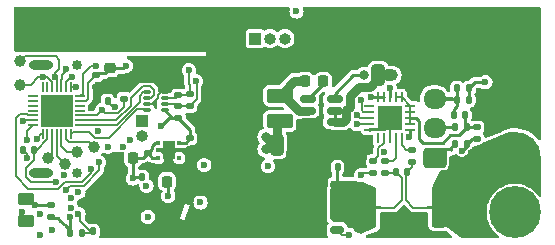
<source format=gbl>
G04 #@! TF.GenerationSoftware,KiCad,Pcbnew,8.0.7-8.0.7-0~ubuntu24.04.1*
G04 #@! TF.CreationDate,2024-12-30T22:48:23-07:00*
G04 #@! TF.ProjectId,2s 40A PSU and charger,32732034-3041-4205-9053-5520616e6420,V1*
G04 #@! TF.SameCoordinates,Original*
G04 #@! TF.FileFunction,Copper,L4,Bot*
G04 #@! TF.FilePolarity,Positive*
%FSLAX46Y46*%
G04 Gerber Fmt 4.6, Leading zero omitted, Abs format (unit mm)*
G04 Created by KiCad (PCBNEW 8.0.7-8.0.7-0~ubuntu24.04.1) date 2024-12-30 22:48:23*
%MOMM*%
%LPD*%
G01*
G04 APERTURE LIST*
G04 Aperture macros list*
%AMRoundRect*
0 Rectangle with rounded corners*
0 $1 Rounding radius*
0 $2 $3 $4 $5 $6 $7 $8 $9 X,Y pos of 4 corners*
0 Add a 4 corners polygon primitive as box body*
4,1,4,$2,$3,$4,$5,$6,$7,$8,$9,$2,$3,0*
0 Add four circle primitives for the rounded corners*
1,1,$1+$1,$2,$3*
1,1,$1+$1,$4,$5*
1,1,$1+$1,$6,$7*
1,1,$1+$1,$8,$9*
0 Add four rect primitives between the rounded corners*
20,1,$1+$1,$2,$3,$4,$5,0*
20,1,$1+$1,$4,$5,$6,$7,0*
20,1,$1+$1,$6,$7,$8,$9,0*
20,1,$1+$1,$8,$9,$2,$3,0*%
%AMFreePoly0*
4,1,9,2.350000,2.000000,2.100000,2.000000,2.100000,-1.100000,-2.100000,-1.100000,-2.100000,2.000000,-2.350000,2.000000,-2.350000,3.500000,2.350000,3.500000,2.350000,2.000000,2.350000,2.000000,$1*%
G04 Aperture macros list end*
G04 #@! TA.AperFunction,EtchedComponent*
%ADD10C,0.000000*%
G04 #@! TD*
G04 #@! TA.AperFunction,SMDPad,CuDef*
%ADD11RoundRect,0.250000X-0.362500X-1.425000X0.362500X-1.425000X0.362500X1.425000X-0.362500X1.425000X0*%
G04 #@! TD*
G04 #@! TA.AperFunction,ComponentPad*
%ADD12RoundRect,0.250000X0.725000X-0.600000X0.725000X0.600000X-0.725000X0.600000X-0.725000X-0.600000X0*%
G04 #@! TD*
G04 #@! TA.AperFunction,ComponentPad*
%ADD13O,1.950000X1.700000*%
G04 #@! TD*
G04 #@! TA.AperFunction,ComponentPad*
%ADD14R,1.000000X1.000000*%
G04 #@! TD*
G04 #@! TA.AperFunction,ComponentPad*
%ADD15O,1.000000X1.000000*%
G04 #@! TD*
G04 #@! TA.AperFunction,ComponentPad*
%ADD16C,0.700000*%
G04 #@! TD*
G04 #@! TA.AperFunction,ComponentPad*
%ADD17C,4.400000*%
G04 #@! TD*
G04 #@! TA.AperFunction,ComponentPad*
%ADD18C,0.600000*%
G04 #@! TD*
G04 #@! TA.AperFunction,ComponentPad*
%ADD19C,0.850000*%
G04 #@! TD*
G04 #@! TA.AperFunction,ComponentPad*
%ADD20O,2.050000X0.800000*%
G04 #@! TD*
G04 #@! TA.AperFunction,SMDPad,CuDef*
%ADD21RoundRect,0.140000X-0.170000X0.140000X-0.170000X-0.140000X0.170000X-0.140000X0.170000X0.140000X0*%
G04 #@! TD*
G04 #@! TA.AperFunction,SMDPad,CuDef*
%ADD22RoundRect,0.135000X0.135000X0.185000X-0.135000X0.185000X-0.135000X-0.185000X0.135000X-0.185000X0*%
G04 #@! TD*
G04 #@! TA.AperFunction,SMDPad,CuDef*
%ADD23RoundRect,0.093750X0.093750X0.106250X-0.093750X0.106250X-0.093750X-0.106250X0.093750X-0.106250X0*%
G04 #@! TD*
G04 #@! TA.AperFunction,HeatsinkPad*
%ADD24R,1.000000X1.600000*%
G04 #@! TD*
G04 #@! TA.AperFunction,SMDPad,CuDef*
%ADD25C,0.280000*%
G04 #@! TD*
G04 #@! TA.AperFunction,SMDPad,CuDef*
%ADD26RoundRect,0.135000X0.185000X-0.135000X0.185000X0.135000X-0.185000X0.135000X-0.185000X-0.135000X0*%
G04 #@! TD*
G04 #@! TA.AperFunction,SMDPad,CuDef*
%ADD27RoundRect,0.140000X-0.140000X-0.170000X0.140000X-0.170000X0.140000X0.170000X-0.140000X0.170000X0*%
G04 #@! TD*
G04 #@! TA.AperFunction,SMDPad,CuDef*
%ADD28RoundRect,0.250000X-0.325000X-0.650000X0.325000X-0.650000X0.325000X0.650000X-0.325000X0.650000X0*%
G04 #@! TD*
G04 #@! TA.AperFunction,SMDPad,CuDef*
%ADD29RoundRect,0.225000X0.225000X0.250000X-0.225000X0.250000X-0.225000X-0.250000X0.225000X-0.250000X0*%
G04 #@! TD*
G04 #@! TA.AperFunction,SMDPad,CuDef*
%ADD30C,1.000000*%
G04 #@! TD*
G04 #@! TA.AperFunction,SMDPad,CuDef*
%ADD31RoundRect,0.225000X-0.225000X-0.250000X0.225000X-0.250000X0.225000X0.250000X-0.225000X0.250000X0*%
G04 #@! TD*
G04 #@! TA.AperFunction,SMDPad,CuDef*
%ADD32RoundRect,0.050000X-0.285000X-0.100000X0.285000X-0.100000X0.285000X0.100000X-0.285000X0.100000X0*%
G04 #@! TD*
G04 #@! TA.AperFunction,SMDPad,CuDef*
%ADD33RoundRect,0.140000X0.170000X-0.140000X0.170000X0.140000X-0.170000X0.140000X-0.170000X-0.140000X0*%
G04 #@! TD*
G04 #@! TA.AperFunction,SMDPad,CuDef*
%ADD34RoundRect,0.250000X-0.850000X0.375000X-0.850000X-0.375000X0.850000X-0.375000X0.850000X0.375000X0*%
G04 #@! TD*
G04 #@! TA.AperFunction,SMDPad,CuDef*
%ADD35RoundRect,0.135000X-0.185000X0.135000X-0.185000X-0.135000X0.185000X-0.135000X0.185000X0.135000X0*%
G04 #@! TD*
G04 #@! TA.AperFunction,SMDPad,CuDef*
%ADD36C,0.200000*%
G04 #@! TD*
G04 #@! TA.AperFunction,SMDPad,CuDef*
%ADD37RoundRect,0.140000X0.140000X0.170000X-0.140000X0.170000X-0.140000X-0.170000X0.140000X-0.170000X0*%
G04 #@! TD*
G04 #@! TA.AperFunction,SMDPad,CuDef*
%ADD38RoundRect,0.135000X-0.135000X-0.185000X0.135000X-0.185000X0.135000X0.185000X-0.135000X0.185000X0*%
G04 #@! TD*
G04 #@! TA.AperFunction,SMDPad,CuDef*
%ADD39R,2.500000X2.800000*%
G04 #@! TD*
G04 #@! TA.AperFunction,SMDPad,CuDef*
%ADD40RoundRect,0.175000X0.400000X-0.175000X0.400000X0.175000X-0.400000X0.175000X-0.400000X-0.175000X0*%
G04 #@! TD*
G04 #@! TA.AperFunction,SMDPad,CuDef*
%ADD41FreePoly0,90.000000*%
G04 #@! TD*
G04 #@! TA.AperFunction,SMDPad,CuDef*
%ADD42R,2.800000X2.800000*%
G04 #@! TD*
G04 #@! TA.AperFunction,SMDPad,CuDef*
%ADD43R,0.812800X0.254000*%
G04 #@! TD*
G04 #@! TA.AperFunction,SMDPad,CuDef*
%ADD44R,0.254000X0.812800*%
G04 #@! TD*
G04 #@! TA.AperFunction,SMDPad,CuDef*
%ADD45R,2.159000X2.159000*%
G04 #@! TD*
G04 #@! TA.AperFunction,SMDPad,CuDef*
%ADD46RoundRect,0.050000X0.337500X0.050000X-0.337500X0.050000X-0.337500X-0.050000X0.337500X-0.050000X0*%
G04 #@! TD*
G04 #@! TA.AperFunction,SMDPad,CuDef*
%ADD47RoundRect,0.050000X0.050000X0.337500X-0.050000X0.337500X-0.050000X-0.337500X0.050000X-0.337500X0*%
G04 #@! TD*
G04 #@! TA.AperFunction,HeatsinkPad*
%ADD48R,2.800000X2.800000*%
G04 #@! TD*
G04 #@! TA.AperFunction,SMDPad,CuDef*
%ADD49RoundRect,0.250000X0.450000X-0.262500X0.450000X0.262500X-0.450000X0.262500X-0.450000X-0.262500X0*%
G04 #@! TD*
G04 #@! TA.AperFunction,SMDPad,CuDef*
%ADD50RoundRect,0.150000X0.512500X0.150000X-0.512500X0.150000X-0.512500X-0.150000X0.512500X-0.150000X0*%
G04 #@! TD*
G04 #@! TA.AperFunction,SMDPad,CuDef*
%ADD51RoundRect,0.147500X-0.172500X0.147500X-0.172500X-0.147500X0.172500X-0.147500X0.172500X0.147500X0*%
G04 #@! TD*
G04 #@! TA.AperFunction,SMDPad,CuDef*
%ADD52RoundRect,0.225000X-0.250000X0.225000X-0.250000X-0.225000X0.250000X-0.225000X0.250000X0.225000X0*%
G04 #@! TD*
G04 #@! TA.AperFunction,ViaPad*
%ADD53C,0.800000*%
G04 #@! TD*
G04 #@! TA.AperFunction,ViaPad*
%ADD54C,0.600000*%
G04 #@! TD*
G04 #@! TA.AperFunction,ViaPad*
%ADD55C,1.000000*%
G04 #@! TD*
G04 #@! TA.AperFunction,Conductor*
%ADD56C,0.160000*%
G04 #@! TD*
G04 #@! TA.AperFunction,Conductor*
%ADD57C,0.800000*%
G04 #@! TD*
G04 #@! TA.AperFunction,Conductor*
%ADD58C,0.280000*%
G04 #@! TD*
G04 #@! TA.AperFunction,Conductor*
%ADD59C,0.600000*%
G04 #@! TD*
G04 #@! TA.AperFunction,Conductor*
%ADD60C,0.200000*%
G04 #@! TD*
G04 APERTURE END LIST*
D10*
G04 #@! TA.AperFunction,EtchedComponent*
G04 #@! TO.C,NT7*
G36*
X145435000Y-120140000D02*
G01*
X144875000Y-120140000D01*
X144875000Y-119860000D01*
X145435000Y-119860000D01*
X145435000Y-120140000D01*
G37*
G04 #@! TD.AperFunction*
G04 #@! TA.AperFunction,EtchedComponent*
G04 #@! TO.C,NT8*
G36*
X145280000Y-124440000D02*
G01*
X144720000Y-124440000D01*
X144720000Y-124160000D01*
X145280000Y-124160000D01*
X145280000Y-124440000D01*
G37*
G04 #@! TD.AperFunction*
G04 #@! TA.AperFunction,EtchedComponent*
G04 #@! TO.C,NT1*
G36*
X143650000Y-129300000D02*
G01*
X143250000Y-129300000D01*
X143250000Y-129100000D01*
X143650000Y-129100000D01*
X143650000Y-129300000D01*
G37*
G04 #@! TD.AperFunction*
G04 #@! TA.AperFunction,EtchedComponent*
G04 #@! TO.C,NT10*
G36*
X112696985Y-130598995D02*
G01*
X112498995Y-130796985D01*
X112103015Y-130401005D01*
X112301005Y-130203015D01*
X112696985Y-130598995D01*
G37*
G04 #@! TD.AperFunction*
G04 #@! TA.AperFunction,EtchedComponent*
G04 #@! TO.C,NT11*
G36*
X139350000Y-129300000D02*
G01*
X138950000Y-129300000D01*
X138950000Y-129100000D01*
X139350000Y-129100000D01*
X139350000Y-129300000D01*
G37*
G04 #@! TD.AperFunction*
G04 #@! TD*
D11*
G04 #@! TO.P,R14,1*
G04 #@! TO.N,Net-(C4-Pad1)*
X138337500Y-129200000D03*
G04 #@! TO.P,R14,2*
G04 #@! TO.N,/Battery Balancer/-BAT*
X144262500Y-129200000D03*
G04 #@! TD*
D12*
G04 #@! TO.P,J2,1,Pin_1*
G04 #@! TO.N,/Battery Balancer/+BAT*
X143900000Y-125000000D03*
D13*
G04 #@! TO.P,J2,2,Pin_2*
G04 #@! TO.N,/Battery Balancer/Bat Cell 1*
X143900000Y-122500000D03*
G04 #@! TO.P,J2,3,Pin_3*
G04 #@! TO.N,/Battery Balancer/-BAT*
X143900000Y-120000000D03*
G04 #@! TD*
D14*
G04 #@! TO.P,J11,1,Pin_1*
G04 #@! TO.N,/Connectors/3.3v*
X128690000Y-114900000D03*
D15*
G04 #@! TO.P,J11,2,Pin_2*
G04 #@! TO.N,/Connectors/RS485+*
X129960000Y-114900000D03*
G04 #@! TO.P,J11,3,Pin_3*
G04 #@! TO.N,/Connectors/RS485-*
X131230000Y-114900000D03*
G04 #@! TO.P,J11,4,Pin_4*
G04 #@! TO.N,GND*
X132500000Y-114900000D03*
G04 #@! TD*
D14*
G04 #@! TO.P,J12,1,Pin_1*
G04 #@! TO.N,/Connectors/D+*
X119100000Y-121900000D03*
D15*
G04 #@! TO.P,J12,2,Pin_2*
G04 #@! TO.N,/Connectors/D-*
X119100000Y-123170000D03*
G04 #@! TD*
D16*
G04 #@! TO.P,H1,1,1*
G04 #@! TO.N,/Battery Balancer/+BAT*
X149050000Y-129600000D03*
X149533274Y-128433274D03*
X149533274Y-130766726D03*
X150700000Y-127950000D03*
D17*
X150700000Y-129600000D03*
D16*
X150700000Y-131250000D03*
X151866726Y-128433274D03*
X151866726Y-130766726D03*
X152350000Y-129600000D03*
G04 #@! TD*
D18*
G04 #@! TO.P,U3,29,PAD*
G04 #@! TO.N,GND*
X116400000Y-127550000D03*
X117450000Y-128600000D03*
X116400000Y-128600000D03*
X115350000Y-128600000D03*
X116400000Y-129650000D03*
G04 #@! TD*
D19*
G04 #@! TO.P,J10,S1,SHIELD*
G04 #@! TO.N,GND*
X113590000Y-117105000D03*
D20*
X110610000Y-117105000D03*
D19*
X113590000Y-126295000D03*
D20*
X110610000Y-126295000D03*
G04 #@! TD*
D21*
G04 #@! TO.P,C32,1*
G04 #@! TO.N,/Battery Charger/Always On PWR*
X119600000Y-124620000D03*
G04 #@! TO.P,C32,2*
G04 #@! TO.N,GND*
X119600000Y-125580000D03*
G04 #@! TD*
D22*
G04 #@! TO.P,R30,1*
G04 #@! TO.N,Net-(U3-CMPIN)*
X114010000Y-131400000D03*
G04 #@! TO.P,R30,2*
G04 #@! TO.N,/Battery Balancer/+BAT*
X112990000Y-131400000D03*
G04 #@! TD*
D23*
G04 #@! TO.P,U7,1,OUT*
G04 #@! TO.N,/Battery Charger/MCU3.3v*
X122275000Y-123700000D03*
G04 #@! TO.P,U7,2,NC*
G04 #@! TO.N,GND*
X122275000Y-124350000D03*
G04 #@! TO.P,U7,3,PG*
G04 #@! TO.N,unconnected-(U7-PG-Pad3)*
X122275000Y-125000000D03*
G04 #@! TO.P,U7,4,EN*
G04 #@! TO.N,/Battery Charger/Always On PWR*
X120500000Y-125000000D03*
G04 #@! TO.P,U7,5,GND*
G04 #@! TO.N,GND*
X120500000Y-124350000D03*
G04 #@! TO.P,U7,6,IN*
G04 #@! TO.N,/Battery Charger/Always On PWR*
X120500000Y-123700000D03*
D24*
G04 #@! TO.P,U7,7,EP*
G04 #@! TO.N,GND*
X121387500Y-124350000D03*
G04 #@! TD*
D25*
G04 #@! TO.P,NT7,1,1*
G04 #@! TO.N,Net-(C18-Pad2)*
X145435000Y-120000000D03*
G04 #@! TO.P,NT7,2,2*
G04 #@! TO.N,/Battery Balancer/-BAT*
X144875000Y-120000000D03*
G04 #@! TD*
D26*
G04 #@! TO.P,R26,1*
G04 #@! TO.N,/Connectors/RS485-*
X122200000Y-119710000D03*
G04 #@! TO.P,R26,2*
G04 #@! TO.N,GND*
X122200000Y-118690000D03*
G04 #@! TD*
D27*
G04 #@! TO.P,C15,1*
G04 #@! TO.N,/Battery Charger/Always On PWR*
X119120000Y-126600000D03*
G04 #@! TO.P,C15,2*
G04 #@! TO.N,GND*
X120080000Y-126600000D03*
G04 #@! TD*
D28*
G04 #@! TO.P,C28,1*
G04 #@! TO.N,/Battery Charger/MOTORPWR*
X139124999Y-118000000D03*
G04 #@! TO.P,C28,2*
G04 #@! TO.N,GND*
X142075001Y-118000000D03*
G04 #@! TD*
D22*
G04 #@! TO.P,R31,1*
G04 #@! TO.N,GND*
X116010000Y-131200000D03*
G04 #@! TO.P,R31,2*
G04 #@! TO.N,Net-(U3-CMPIN)*
X114990000Y-131200000D03*
G04 #@! TD*
D29*
G04 #@! TO.P,C31,1*
G04 #@! TO.N,/Battery Charger/Always On PWR*
X118375000Y-125000000D03*
G04 #@! TO.P,C31,2*
G04 #@! TO.N,GND*
X116825000Y-125000000D03*
G04 #@! TD*
G04 #@! TO.P,C40,1*
G04 #@! TO.N,Net-(U2-BST)*
X134475000Y-118500000D03*
G04 #@! TO.P,C40,2*
G04 #@! TO.N,Net-(U2-SW)*
X132925000Y-118500000D03*
G04 #@! TD*
D25*
G04 #@! TO.P,NT8,1,1*
G04 #@! TO.N,Net-(NT8-Pad1)*
X145280000Y-124300000D03*
G04 #@! TO.P,NT8,2,2*
G04 #@! TO.N,/Battery Balancer/+BAT*
X144720000Y-124300000D03*
G04 #@! TD*
D30*
G04 #@! TO.P,TP4,1,1*
G04 #@! TO.N,/SDA*
X108800000Y-116800000D03*
G04 #@! TD*
G04 #@! TO.P,TP3,1,1*
G04 #@! TO.N,/MCU/SCLK*
X113600000Y-124500000D03*
G04 #@! TD*
D31*
G04 #@! TO.P,C24,1*
G04 #@! TO.N,/Battery Charger/REGN*
X121225000Y-127000000D03*
G04 #@! TO.P,C24,2*
G04 #@! TO.N,GND*
X122775000Y-127000000D03*
G04 #@! TD*
D22*
G04 #@! TO.P,R16,1*
G04 #@! TO.N,/Battery Balancer/Mid*
X146610000Y-122400000D03*
G04 #@! TO.P,R16,2*
G04 #@! TO.N,/Battery Balancer/Bat Cell 1*
X145590000Y-122400000D03*
G04 #@! TD*
D32*
G04 #@! TO.P,U5,1,RO*
G04 #@! TO.N,/MCU/UART1_RX*
X119560000Y-120950000D03*
G04 #@! TO.P,U5,2,~{RE}*
G04 #@! TO.N,GND*
X119560000Y-120450000D03*
G04 #@! TO.P,U5,3,DE*
G04 #@! TO.N,/MCU/UART1-RTS*
X119560000Y-119950000D03*
G04 #@! TO.P,U5,4,DI*
G04 #@! TO.N,/MCU/UART1_TX*
X119560000Y-119450000D03*
G04 #@! TO.P,U5,5,GND*
G04 #@! TO.N,GND*
X121040000Y-119450000D03*
G04 #@! TO.P,U5,6,A*
G04 #@! TO.N,/Connectors/RS485-*
X121040000Y-119950000D03*
G04 #@! TO.P,U5,7,B*
G04 #@! TO.N,/Connectors/RS485+*
X121040000Y-120450000D03*
G04 #@! TO.P,U5,8,VCC*
G04 #@! TO.N,/Battery Charger/MCU3.3v*
X121040000Y-120950000D03*
G04 #@! TD*
D33*
G04 #@! TO.P,C13,1*
G04 #@! TO.N,/Battery Balancer/Up*
X147500000Y-123380000D03*
G04 #@! TO.P,C13,2*
G04 #@! TO.N,/Battery Balancer/Mid*
X147500000Y-122420000D03*
G04 #@! TD*
D22*
G04 #@! TO.P,R17,1*
G04 #@! TO.N,/Battery Balancer/Low*
X146810000Y-119100000D03*
G04 #@! TO.P,R17,2*
G04 #@! TO.N,Net-(C18-Pad2)*
X145790000Y-119100000D03*
G04 #@! TD*
D30*
G04 #@! TO.P,TP2,1,1*
G04 #@! TO.N,/MCU/CS*
X115100000Y-124100000D03*
G04 #@! TD*
D34*
G04 #@! TO.P,L3,1,1*
G04 #@! TO.N,Net-(U2-SW)*
X130800000Y-119725000D03*
G04 #@! TO.P,L3,2,2*
G04 #@! TO.N,/Connectors/3.3v*
X130800000Y-121875000D03*
G04 #@! TD*
D35*
G04 #@! TO.P,R6,1*
G04 #@! TO.N,Net-(U1-DSG)*
X138700000Y-125240000D03*
G04 #@! TO.P,R6,2*
G04 #@! TO.N,Net-(Q6-G)*
X138700000Y-126260000D03*
G04 #@! TD*
D36*
G04 #@! TO.P,NT1,1,1*
G04 #@! TO.N,/Battery Balancer/-BAT*
X143650000Y-129200000D03*
G04 #@! TO.P,NT1,2,2*
G04 #@! TO.N,Net-(C3-Pad1)*
X143250000Y-129200000D03*
G04 #@! TD*
D30*
G04 #@! TO.P,TP5,1,1*
G04 #@! TO.N,/MCU/MISO*
X112600000Y-125500000D03*
G04 #@! TD*
G04 #@! TO.P,TP6,1,1*
G04 #@! TO.N,/MCU/MOSI*
X111200000Y-125000000D03*
G04 #@! TD*
D35*
G04 #@! TO.P,R5,1*
G04 #@! TO.N,Net-(U1-SRN)*
X139700000Y-125240000D03*
G04 #@! TO.P,R5,2*
G04 #@! TO.N,Net-(C3-Pad2)*
X139700000Y-126260000D03*
G04 #@! TD*
G04 #@! TO.P,R27,1*
G04 #@! TO.N,/Connectors/RS485-*
X123200000Y-119590000D03*
G04 #@! TO.P,R27,2*
G04 #@! TO.N,/Connectors/RS485+*
X123200000Y-120610000D03*
G04 #@! TD*
D25*
G04 #@! TO.P,NT10,1,1*
G04 #@! TO.N,Net-(D2-A)*
X112202010Y-130302010D03*
G04 #@! TO.P,NT10,2,2*
G04 #@! TO.N,/Battery Balancer/+BAT*
X112597990Y-130697990D03*
G04 #@! TD*
D37*
G04 #@! TO.P,C30,1*
G04 #@! TO.N,/Battery Charger/Charger IDCHG*
X109980000Y-124300000D03*
G04 #@! TO.P,C30,2*
G04 #@! TO.N,GND*
X109020000Y-124300000D03*
G04 #@! TD*
D38*
G04 #@! TO.P,R33,1*
G04 #@! TO.N,GND*
X115190000Y-120200000D03*
G04 #@! TO.P,R33,2*
G04 #@! TO.N,/Connectors/CC1*
X116210000Y-120200000D03*
G04 #@! TD*
D35*
G04 #@! TO.P,R4,1*
G04 #@! TO.N,Net-(U1-SRP)*
X142000000Y-124290000D03*
G04 #@! TO.P,R4,2*
G04 #@! TO.N,Net-(C3-Pad1)*
X142000000Y-125310000D03*
G04 #@! TD*
D39*
G04 #@! TO.P,J8,1,Pin_1*
G04 #@! TO.N,GND*
X150950000Y-114600000D03*
G04 #@! TD*
D21*
G04 #@! TO.P,C25,1*
G04 #@! TO.N,/Battery Charger/MCU3.3v*
X115200000Y-118020000D03*
G04 #@! TO.P,C25,2*
G04 #@! TO.N,GND*
X115200000Y-118980000D03*
G04 #@! TD*
D37*
G04 #@! TO.P,C19,1*
G04 #@! TO.N,/Battery Balancer/Low*
X146780000Y-120100000D03*
G04 #@! TO.P,C19,2*
G04 #@! TO.N,Net-(C18-Pad2)*
X145820000Y-120100000D03*
G04 #@! TD*
D40*
G04 #@! TO.P,Q6,1,S*
G04 #@! TO.N,Net-(C4-Pad1)*
X135650000Y-127295000D03*
G04 #@! TO.P,Q6,2,S*
X135650000Y-128565000D03*
G04 #@! TO.P,Q6,3,S*
X135650000Y-129835000D03*
G04 #@! TO.P,Q6,4,G*
G04 #@! TO.N,Net-(Q6-G)*
X135650000Y-131105000D03*
D41*
G04 #@! TO.P,Q6,5,D*
G04 #@! TO.N,GND*
X132925000Y-129200000D03*
G04 #@! TD*
D21*
G04 #@! TO.P,C33,1*
G04 #@! TO.N,/Battery Charger/MCU3.3v*
X123200000Y-123320000D03*
G04 #@! TO.P,C33,2*
G04 #@! TO.N,GND*
X123200000Y-124280000D03*
G04 #@! TD*
D37*
G04 #@! TO.P,C18,1*
G04 #@! TO.N,/Battery Balancer/Mid*
X146460000Y-121400000D03*
G04 #@! TO.P,C18,2*
G04 #@! TO.N,Net-(C18-Pad2)*
X145500000Y-121400000D03*
G04 #@! TD*
D42*
G04 #@! TO.P,J7,1,Pin_1*
G04 #@! TO.N,GND*
X110250000Y-113650000D03*
G04 #@! TD*
D43*
G04 #@! TO.P,U1,1,VC3A*
G04 #@! TO.N,/Battery Balancer/Mid*
X141827200Y-120599748D03*
G04 #@! TO.P,U1,2,VC3B*
X141827200Y-121099874D03*
G04 #@! TO.P,U1,3,VC2*
X141827200Y-121600000D03*
G04 #@! TO.P,U1,4,VC1*
X141827200Y-122100126D03*
G04 #@! TO.P,U1,5,VC0*
G04 #@! TO.N,/Battery Balancer/Low*
X141827200Y-122600252D03*
D44*
G04 #@! TO.P,U1,6,SRP*
G04 #@! TO.N,Net-(U1-SRP)*
X141100252Y-123327200D03*
G04 #@! TO.P,U1,7,SRN*
G04 #@! TO.N,Net-(U1-SRN)*
X140600126Y-123327200D03*
G04 #@! TO.P,U1,8,TS*
G04 #@! TO.N,/Battery Balancer/-BAT*
X140100000Y-123327200D03*
G04 #@! TO.P,U1,9,DSG*
G04 #@! TO.N,Net-(U1-DSG)*
X139599874Y-123327200D03*
G04 #@! TO.P,U1,10,CHG*
G04 #@! TO.N,unconnected-(U1-CHG-Pad10)*
X139099748Y-123327200D03*
D43*
G04 #@! TO.P,U1,11,VSS*
G04 #@! TO.N,/Battery Balancer/-BAT*
X138372800Y-122600252D03*
G04 #@! TO.P,U1,12,SCL*
G04 #@! TO.N,/SCL*
X138372800Y-122100126D03*
G04 #@! TO.P,U1,13,SDA*
G04 #@! TO.N,/SDA*
X138372800Y-121600000D03*
G04 #@! TO.P,U1,14,ALERT*
G04 #@! TO.N,/Battery Balancer/Balancer Alert*
X138372800Y-121099874D03*
G04 #@! TO.P,U1,15,REGOUT*
G04 #@! TO.N,unconnected-(U1-REGOUT-Pad15)*
X138372800Y-120599748D03*
D44*
G04 #@! TO.P,U1,16,REGSRC*
G04 #@! TO.N,Net-(U1-BAT)*
X139099748Y-119872800D03*
G04 #@! TO.P,U1,17,BAT*
X139599874Y-119872800D03*
G04 #@! TO.P,U1,18,V5*
G04 #@! TO.N,/Battery Balancer/Up*
X140100000Y-119872800D03*
G04 #@! TO.P,U1,19,VC4A*
G04 #@! TO.N,/Battery Balancer/Mid*
X140600126Y-119872800D03*
G04 #@! TO.P,U1,20,VC4B*
X141100252Y-119872800D03*
D45*
G04 #@! TO.P,U1,21,GND*
G04 #@! TO.N,/Battery Balancer/-BAT*
X140100000Y-121600000D03*
G04 #@! TD*
D37*
G04 #@! TO.P,C4,1*
G04 #@! TO.N,Net-(C4-Pad1)*
X135680000Y-125800000D03*
G04 #@! TO.P,C4,2*
G04 #@! TO.N,GND*
X134720000Y-125800000D03*
G04 #@! TD*
D28*
G04 #@! TO.P,C27,1*
G04 #@! TO.N,/Connectors/3.3v*
X130525000Y-123900000D03*
G04 #@! TO.P,C27,2*
G04 #@! TO.N,GND*
X133475000Y-123900000D03*
G04 #@! TD*
D46*
G04 #@! TO.P,U6,1,CC2/PC15*
G04 #@! TO.N,/Connectors/CC2*
X113887500Y-119800000D03*
G04 #@! TO.P,U6,2,VDD*
G04 #@! TO.N,/Battery Charger/MCU3.3v*
X113887500Y-120200000D03*
G04 #@! TO.P,U6,3,PC0*
G04 #@! TO.N,unconnected-(U6-PC0-Pad3)*
X113887500Y-120600000D03*
G04 #@! TO.P,U6,4,PC3*
G04 #@! TO.N,unconnected-(U6-PC3-Pad4)*
X113887500Y-121000000D03*
G04 #@! TO.P,U6,5,ADC0/PA0*
G04 #@! TO.N,/Battery Charger/Charger IADP*
X113887500Y-121400000D03*
G04 #@! TO.P,U6,6,ADC1/PA1*
G04 #@! TO.N,/MCU/UART1-RTS*
X113887500Y-121800000D03*
G04 #@! TO.P,U6,7,ADC2/PA2*
G04 #@! TO.N,/MCU/UART1_TX*
X113887500Y-122200000D03*
D47*
G04 #@! TO.P,U6,8,ADC3/PA3*
G04 #@! TO.N,/MCU/UART1_RX*
X113100000Y-122987500D03*
G04 #@! TO.P,U6,9,ADC4/PA4*
G04 #@! TO.N,/MCU/CS*
X112700000Y-122987500D03*
G04 #@! TO.P,U6,10,ADC5/PA5*
G04 #@! TO.N,/MCU/SCLK*
X112300000Y-122987500D03*
G04 #@! TO.P,U6,11,ADC6/PA6*
G04 #@! TO.N,/MCU/MISO*
X111900000Y-122987500D03*
G04 #@! TO.P,U6,12,ADC7/PA7*
G04 #@! TO.N,/MCU/MOSI*
X111500000Y-122987500D03*
G04 #@! TO.P,U6,13,PB0/ADC8*
G04 #@! TO.N,/Battery Charger/Charger IDCHG*
X111100000Y-122987500D03*
G04 #@! TO.P,U6,14,PB3*
G04 #@! TO.N,/Battery Balancer/Balancer Alert*
X110700000Y-122987500D03*
D46*
G04 #@! TO.P,U6,15,PB4*
G04 #@! TO.N,/Battery Charger/Charger PROCHOT*
X109912500Y-122200000D03*
G04 #@! TO.P,U6,16,PB1/PB5/ADC9*
G04 #@! TO.N,/MCU/LED*
X109912500Y-121800000D03*
G04 #@! TO.P,U6,17,PB6*
G04 #@! TO.N,/Battery Charger/PWRON*
X109912500Y-121400000D03*
G04 #@! TO.P,U6,18,PB7*
G04 #@! TO.N,unconnected-(U6-PB7-Pad18)*
X109912500Y-121000000D03*
G04 #@! TO.P,U6,19,PB8*
G04 #@! TO.N,unconnected-(U6-PB8-Pad19)*
X109912500Y-120600000D03*
G04 #@! TO.P,U6,20,PB9*
G04 #@! TO.N,unconnected-(U6-PB9-Pad20)*
X109912500Y-120200000D03*
G04 #@! TO.P,U6,21,PB10*
G04 #@! TO.N,unconnected-(U6-PB10-Pad21)*
X109912500Y-119800000D03*
D47*
G04 #@! TO.P,U6,22,PB11*
G04 #@! TO.N,unconnected-(U6-PB11-Pad22)*
X110700000Y-119012500D03*
G04 #@! TO.P,U6,23,PB12*
G04 #@! TO.N,unconnected-(U6-PB12-Pad23)*
X111100000Y-119012500D03*
G04 #@! TO.P,U6,24,SWCLK/PC19*
G04 #@! TO.N,/SCL*
X111500000Y-119012500D03*
G04 #@! TO.P,U6,25,SWDIO/PC18*
G04 #@! TO.N,/SDA*
X111900000Y-119012500D03*
G04 #@! TO.P,U6,26,USB1_DM/PC16*
G04 #@! TO.N,/Connectors/D-*
X112300000Y-119012500D03*
G04 #@! TO.P,U6,27,USB1_DP/PC17*
G04 #@! TO.N,/Connectors/D+*
X112700000Y-119012500D03*
G04 #@! TO.P,U6,28,CC1/PC14*
G04 #@! TO.N,/Connectors/CC1*
X113100000Y-119012500D03*
D48*
G04 #@! TO.P,U6,29,GND*
G04 #@! TO.N,GND*
X111900000Y-121000000D03*
G04 #@! TD*
D49*
G04 #@! TO.P,R9,1*
G04 #@! TO.N,/Battery Charger/Always On PWR*
X109300000Y-130312500D03*
G04 #@! TO.P,R9,2*
G04 #@! TO.N,Net-(D2-K)*
X109300000Y-128487500D03*
G04 #@! TD*
D30*
G04 #@! TO.P,TP1,1,1*
G04 #@! TO.N,/SCL*
X108800000Y-118800000D03*
G04 #@! TD*
D22*
G04 #@! TO.P,R15,1*
G04 #@! TO.N,/Battery Balancer/Up*
X146610000Y-123800000D03*
G04 #@! TO.P,R15,2*
G04 #@! TO.N,Net-(NT8-Pad1)*
X145590000Y-123800000D03*
G04 #@! TD*
D26*
G04 #@! TO.P,R28,1*
G04 #@! TO.N,/Battery Charger/MCU3.3v*
X122200000Y-121610000D03*
G04 #@! TO.P,R28,2*
G04 #@! TO.N,/Connectors/RS485+*
X122200000Y-120590000D03*
G04 #@! TD*
D36*
G04 #@! TO.P,NT11,1,1*
G04 #@! TO.N,Net-(C4-Pad1)*
X138950000Y-129200000D03*
G04 #@! TO.P,NT11,2,2*
G04 #@! TO.N,Net-(C3-Pad2)*
X139350000Y-129200000D03*
G04 #@! TD*
D50*
G04 #@! TO.P,U2,1,FB*
G04 #@! TO.N,/Connectors/3.3v*
X135437500Y-120050000D03*
G04 #@! TO.P,U2,2,EN*
G04 #@! TO.N,/Battery Charger/MOTORPWR*
X135437500Y-121000000D03*
G04 #@! TO.P,U2,3,IN*
X135437500Y-121950000D03*
G04 #@! TO.P,U2,4,GND*
G04 #@! TO.N,GND*
X133162500Y-121950000D03*
G04 #@! TO.P,U2,5,SW*
G04 #@! TO.N,Net-(U2-SW)*
X133162500Y-121000000D03*
G04 #@! TO.P,U2,6,BST*
G04 #@! TO.N,Net-(U2-BST)*
X133162500Y-120050000D03*
G04 #@! TD*
D51*
G04 #@! TO.P,D2,1,K*
G04 #@! TO.N,Net-(D2-K)*
X111400000Y-129015000D03*
G04 #@! TO.P,D2,2,A*
G04 #@! TO.N,Net-(D2-A)*
X111400000Y-129985000D03*
G04 #@! TD*
D39*
G04 #@! TO.P,J9,1,Pin_1*
G04 #@! TO.N,GND*
X113950000Y-114600000D03*
G04 #@! TD*
D52*
G04 #@! TO.P,C26,1*
G04 #@! TO.N,/Battery Charger/MCU3.3v*
X116400000Y-117425000D03*
G04 #@! TO.P,C26,2*
G04 #@! TO.N,GND*
X116400000Y-118975000D03*
G04 #@! TD*
D33*
G04 #@! TO.P,C29,1*
G04 #@! TO.N,/Battery Charger/Charger IADP*
X117600000Y-119980000D03*
G04 #@! TO.P,C29,2*
G04 #@! TO.N,GND*
X117600000Y-119020000D03*
G04 #@! TD*
D42*
G04 #@! TO.P,J6,1,Pin_1*
G04 #@! TO.N,GND*
X147200001Y-113650000D03*
G04 #@! TD*
D37*
G04 #@! TO.P,C3,1*
G04 #@! TO.N,Net-(C3-Pad1)*
X141580000Y-126200000D03*
G04 #@! TO.P,C3,2*
G04 #@! TO.N,Net-(C3-Pad2)*
X140620000Y-126200000D03*
G04 #@! TD*
D16*
G04 #@! TO.P,H2,1,1*
G04 #@! TO.N,/Battery Balancer/-BAT*
X149533274Y-123833274D03*
X150700000Y-123350000D03*
X149050000Y-125000000D03*
X151866726Y-123833274D03*
D17*
X150700000Y-125000000D03*
D16*
X149533274Y-126166726D03*
X152350000Y-125000000D03*
X150700000Y-126650000D03*
X151866726Y-126166726D03*
G04 #@! TD*
D53*
G04 #@! TO.N,/Connectors/3.3v*
X129600000Y-123200000D03*
X129600000Y-124260000D03*
X137949999Y-117972800D03*
D54*
G04 #@! TO.N,GND*
X130000000Y-129200000D03*
X150000000Y-121700000D03*
X129200000Y-128600000D03*
X152000000Y-120700000D03*
X137900000Y-125022750D03*
X119700000Y-112550000D03*
X124900000Y-130600000D03*
X109412841Y-124967080D03*
X141900000Y-113400000D03*
X131845000Y-123900000D03*
X124000000Y-130600000D03*
X118800000Y-117200000D03*
X130000000Y-127900000D03*
X151000000Y-120700000D03*
X151000000Y-121700000D03*
X152000000Y-119700000D03*
X115365000Y-122744994D03*
X137600000Y-123440000D03*
X123000000Y-125740000D03*
X138400000Y-123500000D03*
X130000000Y-126780000D03*
X141500000Y-130400000D03*
X150000000Y-120700000D03*
X141500000Y-131400000D03*
X135607048Y-123056411D03*
X134600000Y-123100000D03*
X123500000Y-129700000D03*
X152000000Y-121700000D03*
X124500000Y-129900000D03*
X137100000Y-125182598D03*
X129200000Y-130800000D03*
X129200000Y-127400000D03*
X131584856Y-124700000D03*
X125700000Y-130700000D03*
X132700000Y-123005000D03*
X139000000Y-112700000D03*
X151000000Y-119700000D03*
X130000000Y-130400000D03*
X122200000Y-129311716D03*
X129200000Y-129800000D03*
X140800000Y-130900000D03*
X121344634Y-118762843D03*
X117539569Y-124084202D03*
X141900000Y-112600000D03*
X150000000Y-119700000D03*
X119700000Y-117200000D03*
X111900000Y-121000000D03*
X119750000Y-113450000D03*
G04 #@! TO.N,Net-(Q4-G)*
X124400000Y-125600000D03*
X119499999Y-127370000D03*
G04 #@! TO.N,Net-(D2-K)*
X110100000Y-129000000D03*
G04 #@! TO.N,Net-(U1-BAT)*
X138500000Y-119872800D03*
D55*
G04 #@! TO.N,/Battery Charger/MOTORPWR*
X140300000Y-118000000D03*
D54*
G04 #@! TO.N,/Battery Balancer/Up*
X140095298Y-119095681D03*
X146204970Y-124404180D03*
G04 #@! TO.N,/Battery Charger/Always On PWR*
X108980342Y-129579999D03*
X118340000Y-126740000D03*
G04 #@! TO.N,/Battery Balancer/Low*
X148200000Y-118600000D03*
X141687254Y-123262868D03*
G04 #@! TO.N,/Battery Charger/REGN*
X121351203Y-128231716D03*
G04 #@! TO.N,/Connectors/RS485+*
X123692815Y-118504085D03*
G04 #@! TO.N,/Connectors/RS485-*
X123084774Y-117584774D03*
G04 #@! TO.N,Net-(U3-CMPIN)*
X113743225Y-129740000D03*
G04 #@! TO.N,Net-(Q5-G)*
X124071716Y-128771716D03*
X119602919Y-129980001D03*
G04 #@! TO.N,Net-(Q6-G)*
X137700000Y-126475000D03*
X136643674Y-131500000D03*
G04 #@! TO.N,Net-(U3-BATDRV)*
X139640000Y-124473988D03*
X110500000Y-131500000D03*
G04 #@! TO.N,Net-(U3-BATSRC)*
X111500000Y-131100000D03*
X129792500Y-125700000D03*
G04 #@! TO.N,Net-(U3-ACOK)*
X112700000Y-127700000D03*
X115500000Y-125380000D03*
G04 #@! TO.N,/Battery Charger/Charger IADP*
X115712500Y-120960000D03*
X112499818Y-126454760D03*
G04 #@! TO.N,/SCL*
X113100000Y-129200000D03*
X137313454Y-122157836D03*
X110700000Y-118165000D03*
G04 #@! TO.N,/Battery Charger/Charger IDCHG*
X111800000Y-127064873D03*
G04 #@! TO.N,/SDA*
X113100000Y-128400000D03*
X111775092Y-118124908D03*
X137328488Y-121331805D03*
G04 #@! TO.N,/MCU/LED*
X109011888Y-121871888D03*
X132200000Y-112600000D03*
G04 #@! TO.N,/Battery Charger/Charger PROCHOT*
X109400000Y-123500000D03*
X113745629Y-127900000D03*
G04 #@! TO.N,/Connectors/CC2*
X116279899Y-124084999D03*
X115200000Y-117200000D03*
G04 #@! TO.N,/Battery Balancer/Balancer Alert*
X137698929Y-120098501D03*
X110200000Y-123400000D03*
G04 #@! TO.N,/Connectors/CC1*
X118100000Y-123500000D03*
X116833024Y-120686438D03*
X113500000Y-119000000D03*
G04 #@! TO.N,/Connectors/D-*
X112700000Y-117500000D03*
G04 #@! TO.N,/Battery Charger/PWRON*
X114844338Y-125944338D03*
G04 #@! TO.N,/Battery Charger/MCU3.3v*
X117745496Y-117225000D03*
X110450206Y-129723090D03*
X120741937Y-122269999D03*
G04 #@! TO.N,/Battery Balancer/-BAT*
X140517019Y-121662631D03*
X139400000Y-122300000D03*
G04 #@! TO.N,/Battery Balancer/+BAT*
X112989139Y-130012669D03*
G04 #@! TO.N,/Connectors/D+*
X113205382Y-118167775D03*
G04 #@! TD*
D56*
G04 #@! TO.N,Net-(C3-Pad2)*
X139350000Y-129200000D02*
X140500000Y-129200000D01*
X140500000Y-129200000D02*
X141100000Y-128600000D01*
X141100000Y-128600000D02*
X141100000Y-126680000D01*
X141100000Y-126680000D02*
X140620000Y-126200000D01*
G04 #@! TO.N,Net-(C3-Pad1)*
X143250000Y-129200000D02*
X142100000Y-129200000D01*
X142100000Y-129200000D02*
X141500000Y-128600000D01*
X141500000Y-126280000D02*
X141580000Y-126200000D01*
X141500000Y-128600000D02*
X141500000Y-126280000D01*
D57*
G04 #@! TO.N,/Connectors/3.3v*
X130800000Y-121875000D02*
X130525000Y-122150000D01*
D58*
X135437500Y-119562500D02*
X135437500Y-120050000D01*
D57*
X129600000Y-124260000D02*
X129874966Y-123985034D01*
D59*
X130525000Y-123900000D02*
X130439966Y-123985034D01*
D58*
X137027200Y-117972800D02*
X135437500Y-119562500D01*
D57*
X130385034Y-123985034D02*
X130439966Y-123985034D01*
X130525000Y-122150000D02*
X130525000Y-123900000D01*
D58*
X137949999Y-117972800D02*
X137027200Y-117972800D01*
D57*
X129600000Y-123200000D02*
X130385034Y-123985034D01*
X129874966Y-123985034D02*
X130439966Y-123985034D01*
D56*
G04 #@! TO.N,GND*
X120705000Y-119450000D02*
X121040000Y-119450000D01*
X117909999Y-119020000D02*
X117600000Y-119020000D01*
X120465000Y-119917402D02*
X119932402Y-120450000D01*
D58*
X134720000Y-125800000D02*
X134720000Y-127405000D01*
D56*
X115190000Y-120200000D02*
X115190000Y-118990000D01*
X120465000Y-119690000D02*
X120705000Y-119450000D01*
X116445000Y-119020000D02*
X116400000Y-118975000D01*
X115200000Y-118980000D02*
X116395000Y-118980000D01*
X119530000Y-120420000D02*
X119560000Y-120450000D01*
X121440000Y-119450000D02*
X122200000Y-118690000D01*
X109412841Y-124967080D02*
X109412841Y-124692841D01*
X121344634Y-118762843D02*
X121417477Y-118690000D01*
X115190000Y-118990000D02*
X115200000Y-118980000D01*
X120465000Y-119917402D02*
X120465000Y-119690000D01*
X122275000Y-124350000D02*
X123130000Y-124350000D01*
X123130000Y-124350000D02*
X123200000Y-124280000D01*
X121417477Y-118690000D02*
X122200000Y-118690000D01*
X109412841Y-124692841D02*
X109020000Y-124300000D01*
X121344634Y-118762843D02*
X121161791Y-118580000D01*
D58*
X134720000Y-127405000D02*
X132925000Y-129200000D01*
D56*
X117600000Y-119020000D02*
X116445000Y-119020000D01*
X118349999Y-118580000D02*
X117909999Y-119020000D01*
X121040000Y-119450000D02*
X121440000Y-119450000D01*
X119932402Y-120450000D02*
X119560000Y-120450000D01*
X121161791Y-118580000D02*
X118349999Y-118580000D01*
X117539569Y-124084202D02*
X117539569Y-124285431D01*
X116395000Y-118980000D02*
X116400000Y-118975000D01*
D58*
G04 #@! TO.N,Net-(C4-Pad1)*
X135680000Y-125800000D02*
X135650000Y-125830000D01*
X135650000Y-125830000D02*
X135650000Y-127295000D01*
D57*
G04 #@! TO.N,Net-(U2-SW)*
X132925000Y-118500000D02*
X132025000Y-118500000D01*
X133162500Y-121000000D02*
X132385184Y-121000000D01*
X131110184Y-119725000D02*
X130800000Y-119725000D01*
X132385184Y-121000000D02*
X131110184Y-119725000D01*
X132025000Y-118500000D02*
X130800000Y-119725000D01*
D58*
G04 #@! TO.N,Net-(U2-BST)*
X134475000Y-118500000D02*
X134475000Y-118737500D01*
X134475000Y-118737500D02*
X133162500Y-120050000D01*
G04 #@! TO.N,Net-(D2-K)*
X110100000Y-129000000D02*
X111385000Y-129000000D01*
X111385000Y-129000000D02*
X111400000Y-129015000D01*
G04 #@! TO.N,Net-(U1-BAT)*
X139599874Y-119872800D02*
X139099748Y-119872800D01*
X138500000Y-119872800D02*
X139099748Y-119872800D01*
D57*
G04 #@! TO.N,/Battery Charger/MOTORPWR*
X136700000Y-119800000D02*
X136700000Y-120687500D01*
X140300000Y-118000000D02*
X139124999Y-118000000D01*
X136150000Y-121950000D02*
X135437500Y-121950000D01*
D58*
X135437500Y-121000000D02*
X135437500Y-121950000D01*
D57*
X136700000Y-120687500D02*
X136428488Y-120959012D01*
X138400000Y-118972800D02*
X137527200Y-118972800D01*
X136428488Y-121671512D02*
X136150000Y-121950000D01*
X139124999Y-118000000D02*
X139124999Y-118247801D01*
X139124999Y-118247801D02*
X138400000Y-118972800D01*
X137527200Y-118972800D02*
X136700000Y-119800000D01*
X136428488Y-120959012D02*
X136428488Y-121671512D01*
D58*
G04 #@! TO.N,/Battery Balancer/Mid*
X147480000Y-122400000D02*
X147500000Y-122420000D01*
X144600000Y-123700000D02*
X142900000Y-123700000D01*
D60*
X141100252Y-119872800D02*
X141827200Y-120599748D01*
D58*
X142300000Y-121600000D02*
X141827200Y-121600000D01*
X146460000Y-122250000D02*
X146610000Y-122400000D01*
X142573600Y-123373600D02*
X142573600Y-121873600D01*
D60*
X140600126Y-119872800D02*
X141100252Y-119872800D01*
X141827200Y-120599748D02*
X141827200Y-122100126D01*
D58*
X146610000Y-122400000D02*
X145950000Y-123060000D01*
X146460000Y-121400000D02*
X146460000Y-122250000D01*
X142573600Y-121873600D02*
X142300000Y-121600000D01*
X145240000Y-123060000D02*
X144600000Y-123700000D01*
X142900000Y-123700000D02*
X142573600Y-123373600D01*
X146610000Y-122400000D02*
X147480000Y-122400000D01*
X145950000Y-123060000D02*
X145240000Y-123060000D01*
G04 #@! TO.N,/Battery Balancer/Up*
X147030000Y-123380000D02*
X146610000Y-123800000D01*
X140100000Y-119100383D02*
X140100000Y-119872800D01*
X140095298Y-119095681D02*
X140100000Y-119100383D01*
X146204970Y-124404180D02*
X146610000Y-123999150D01*
X146610000Y-123999150D02*
X146610000Y-123800000D01*
X147500000Y-123380000D02*
X147030000Y-123380000D01*
G04 #@! TO.N,/Battery Charger/Always On PWR*
X120500000Y-125000000D02*
X119980000Y-125000000D01*
X108980342Y-129992842D02*
X109300000Y-130312500D01*
X118340000Y-126740000D02*
X118375000Y-126705000D01*
X120500000Y-123700000D02*
X120200000Y-123700000D01*
X108980342Y-129579999D02*
X108980342Y-129992842D01*
X118375000Y-125000000D02*
X119220000Y-125000000D01*
X118340000Y-126740000D02*
X118480000Y-126600000D01*
X119940000Y-124280000D02*
X119600000Y-124620000D01*
X118375000Y-126705000D02*
X118375000Y-125000000D01*
X118480000Y-126600000D02*
X119120000Y-126600000D01*
X119220000Y-125000000D02*
X119600000Y-124620000D01*
X119940000Y-123960000D02*
X119940000Y-124280000D01*
X120200000Y-123700000D02*
X119940000Y-123960000D01*
X119980000Y-125000000D02*
X119600000Y-124620000D01*
G04 #@! TO.N,/Battery Balancer/Low*
X146810000Y-120070000D02*
X146780000Y-120100000D01*
X141827200Y-123122922D02*
X141827200Y-122600252D01*
X147310000Y-118600000D02*
X146810000Y-119100000D01*
X141687254Y-123262868D02*
X141827200Y-123122922D01*
X146810000Y-119100000D02*
X146810000Y-120070000D01*
X148200000Y-118600000D02*
X147310000Y-118600000D01*
G04 #@! TO.N,/Battery Charger/REGN*
X121351203Y-128231716D02*
X121351203Y-127126203D01*
X121351203Y-127126203D02*
X121225000Y-127000000D01*
D60*
G04 #@! TO.N,/Connectors/RS485+*
X122060000Y-120450000D02*
X122200000Y-120590000D01*
X123180000Y-120590000D02*
X123200000Y-120610000D01*
X121040000Y-120450000D02*
X122060000Y-120450000D01*
X122200000Y-120590000D02*
X123180000Y-120590000D01*
D56*
X123760000Y-118571270D02*
X123760000Y-120050000D01*
X123692815Y-118504085D02*
X123760000Y-118571270D01*
X123760000Y-120050000D02*
X123200000Y-120610000D01*
D58*
G04 #@! TO.N,/Battery Balancer/Bat Cell 1*
X144000000Y-122400000D02*
X143900000Y-122500000D01*
X145590000Y-122400000D02*
X144000000Y-122400000D01*
D60*
G04 #@! TO.N,/Connectors/RS485-*
X122200000Y-119710000D02*
X123080000Y-119710000D01*
X123080000Y-119710000D02*
X123200000Y-119590000D01*
X121960000Y-119950000D02*
X122200000Y-119710000D01*
D56*
X123200000Y-118835928D02*
X123200000Y-119590000D01*
D60*
X121040000Y-119950000D02*
X121960000Y-119950000D01*
D56*
X123084774Y-117584774D02*
X123084774Y-118720702D01*
X123084774Y-118720702D02*
X123200000Y-118835928D01*
G04 #@! TO.N,Net-(U3-CMPIN)*
X113883225Y-129880000D02*
X113883225Y-130383225D01*
X114790000Y-131400000D02*
X114990000Y-131200000D01*
X114010000Y-131400000D02*
X114790000Y-131400000D01*
X114700000Y-131200000D02*
X114990000Y-131200000D01*
X113743225Y-129740000D02*
X113883225Y-129880000D01*
X113883225Y-130383225D02*
X114700000Y-131200000D01*
G04 #@! TO.N,Net-(Q6-G)*
X137915000Y-126260000D02*
X138700000Y-126260000D01*
X137700000Y-126475000D02*
X137915000Y-126260000D01*
X136643674Y-131500000D02*
X136045000Y-131500000D01*
X136045000Y-131500000D02*
X135650000Y-131105000D01*
G04 #@! TO.N,Net-(U1-SRP)*
X141490000Y-124290000D02*
X141220000Y-124020000D01*
X141220000Y-124020000D02*
X141220000Y-124007800D01*
X141220000Y-124007800D02*
X141100252Y-123888052D01*
X141100252Y-123888052D02*
X141100252Y-123327200D01*
X142000000Y-124290000D02*
X141490000Y-124290000D01*
G04 #@! TO.N,Net-(U1-SRN)*
X140600126Y-123327200D02*
X140600126Y-124999874D01*
X140600126Y-124999874D02*
X140360000Y-125240000D01*
X140360000Y-125240000D02*
X139700000Y-125240000D01*
G04 #@! TO.N,Net-(U1-DSG)*
X139599874Y-123700126D02*
X139599874Y-123327200D01*
X138700000Y-125240000D02*
X139100000Y-124840000D01*
X139100000Y-124200000D02*
X139599874Y-123700126D01*
X139100000Y-124840000D02*
X139100000Y-124200000D01*
G04 #@! TO.N,Net-(U3-ACOK)*
X113040000Y-127360000D02*
X114192352Y-127360000D01*
X112700000Y-127700000D02*
X113040000Y-127360000D01*
X115500000Y-126052352D02*
X115500000Y-125380000D01*
X114192352Y-127360000D02*
X115500000Y-126052352D01*
G04 #@! TO.N,/Battery Charger/Charger IADP*
X115978938Y-121226438D02*
X117056700Y-121226438D01*
X115712500Y-120960000D02*
X115272500Y-121400000D01*
X115272500Y-121400000D02*
X113887500Y-121400000D01*
X117600000Y-120683138D02*
X117600000Y-119980000D01*
X115712500Y-120960000D02*
X115978938Y-121226438D01*
X117056700Y-121226438D02*
X117600000Y-120683138D01*
G04 #@! TO.N,/SCL*
X137371164Y-122100126D02*
X138372800Y-122100126D01*
X109700000Y-118800000D02*
X108800000Y-118800000D01*
X110700000Y-118165000D02*
X110335000Y-118165000D01*
X110700000Y-118165000D02*
X111051508Y-118165000D01*
X111051508Y-118165000D02*
X111500000Y-118613492D01*
X111500000Y-118613492D02*
X111500000Y-119012500D01*
X137313454Y-122157836D02*
X137371164Y-122100126D01*
X110335000Y-118165000D02*
X109700000Y-118800000D01*
G04 #@! TO.N,/Battery Charger/Charger IDCHG*
X109980000Y-125163597D02*
X109980000Y-124300000D01*
X109300000Y-126600000D02*
X109300000Y-125843597D01*
X111100000Y-123400000D02*
X110200000Y-124300000D01*
X111100000Y-122987500D02*
X111100000Y-123400000D01*
X111800000Y-127064873D02*
X109764873Y-127064873D01*
X109300000Y-125843597D02*
X109980000Y-125163597D01*
X109764873Y-127064873D02*
X109300000Y-126600000D01*
X110200000Y-124300000D02*
X109980000Y-124300000D01*
G04 #@! TO.N,/SDA*
X112100000Y-117500000D02*
X111775092Y-117824908D01*
X137328488Y-121331805D02*
X137596683Y-121600000D01*
X111775092Y-117824908D02*
X111775092Y-118124908D01*
X137596683Y-121600000D02*
X138372800Y-121600000D01*
X111775092Y-118124908D02*
X111900000Y-118249816D01*
X108800000Y-116800000D02*
X109200000Y-116400000D01*
X111800000Y-116400000D02*
X112100000Y-116700000D01*
X112100000Y-116700000D02*
X112100000Y-117500000D01*
X109200000Y-116400000D02*
X111800000Y-116400000D01*
X111900000Y-118249816D02*
X111900000Y-119012500D01*
G04 #@! TO.N,/MCU/LED*
X109011888Y-121871888D02*
X109083776Y-121800000D01*
X109083776Y-121800000D02*
X109912500Y-121800000D01*
G04 #@! TO.N,/Battery Charger/Charger PROCHOT*
X109400000Y-122712500D02*
X109912500Y-122200000D01*
X109400000Y-123500000D02*
X109400000Y-122712500D01*
G04 #@! TO.N,/MCU/MISO*
X111940000Y-123027500D02*
X111940000Y-124840000D01*
X111900000Y-122987500D02*
X111940000Y-123027500D01*
X111940000Y-124840000D02*
X112600000Y-125500000D01*
G04 #@! TO.N,/Connectors/CC2*
X114129321Y-117870679D02*
X114129321Y-119558179D01*
X115200000Y-117200000D02*
X114800000Y-117200000D01*
X114800000Y-117200000D02*
X114129321Y-117870679D01*
X114129321Y-119558179D02*
X113887500Y-119800000D01*
G04 #@! TO.N,/MCU/UART1_RX*
X119560000Y-120950000D02*
X119510000Y-120900000D01*
X118740782Y-120900000D02*
X116355788Y-123284994D01*
X116355788Y-123284994D02*
X115141324Y-123284994D01*
X113287500Y-122800000D02*
X113100000Y-122987500D01*
X115141324Y-123284994D02*
X114656330Y-122800000D01*
X114656330Y-122800000D02*
X113287500Y-122800000D01*
X119510000Y-120900000D02*
X118740782Y-120900000D01*
G04 #@! TO.N,/MCU/MOSI*
X111500000Y-122987500D02*
X111500000Y-124700000D01*
X111500000Y-124700000D02*
X111200000Y-125000000D01*
X111400000Y-125000000D02*
X111500000Y-124900000D01*
G04 #@! TO.N,/MCU/UART1_TX*
X119250000Y-119450000D02*
X119560000Y-119450000D01*
X118945000Y-119755000D02*
X119250000Y-119450000D01*
X113887500Y-122200000D02*
X116988234Y-122200000D01*
X118945000Y-120243234D02*
X118945000Y-119755000D01*
X116988234Y-122200000D02*
X118945000Y-120243234D01*
G04 #@! TO.N,/MCU/SCLK*
X112300000Y-122987500D02*
X112300000Y-124000000D01*
X112300000Y-124000000D02*
X112800000Y-124500000D01*
X112800000Y-124500000D02*
X113600000Y-124500000D01*
G04 #@! TO.N,/Battery Balancer/Balancer Alert*
X137859526Y-121099874D02*
X138372800Y-121099874D01*
X137726400Y-120125972D02*
X137726400Y-120966748D01*
X137726400Y-120966748D02*
X137859526Y-121099874D01*
X110612500Y-122987500D02*
X110200000Y-123400000D01*
X110700000Y-122987500D02*
X110612500Y-122987500D01*
X137698929Y-120098501D02*
X137726400Y-120125972D01*
G04 #@! TO.N,/Connectors/CC1*
X113487500Y-119012500D02*
X113100000Y-119012500D01*
X116833024Y-120686438D02*
X116696438Y-120686438D01*
X116696438Y-120686438D02*
X116210000Y-120200000D01*
X113500000Y-119000000D02*
X113487500Y-119012500D01*
D60*
G04 #@! TO.N,/Connectors/D-*
X112700000Y-117500000D02*
X112700000Y-117600000D01*
X112335092Y-117964908D02*
X112335092Y-118356868D01*
X112335092Y-118356868D02*
X112300000Y-118391960D01*
X112700000Y-117600000D02*
X112335092Y-117964908D01*
X112300000Y-118391960D02*
X112300000Y-119012500D01*
D56*
G04 #@! TO.N,/Battery Charger/PWRON*
X109413492Y-121300000D02*
X108800000Y-121300000D01*
X108800000Y-121300000D02*
X108471888Y-121628112D01*
X114844338Y-126255466D02*
X114844338Y-125944338D01*
X108471888Y-126571888D02*
X109504873Y-127604873D01*
X109912500Y-121400000D02*
X109513492Y-121400000D01*
X109504873Y-127604873D02*
X112023676Y-127604873D01*
X108471888Y-121628112D02*
X108471888Y-126571888D01*
X112588549Y-127040000D02*
X114059804Y-127040000D01*
X114059804Y-127040000D02*
X114844338Y-126255466D01*
X109513492Y-121400000D02*
X109413492Y-121300000D01*
X112023676Y-127604873D02*
X112588549Y-127040000D01*
G04 #@! TO.N,/MCU/UART1-RTS*
X119806508Y-118900000D02*
X120135000Y-119228492D01*
X113887500Y-121800000D02*
X116935686Y-121800000D01*
X116935686Y-121800000D02*
X118150000Y-120585686D01*
X118150000Y-120585686D02*
X118150000Y-119950000D01*
X119895000Y-119950000D02*
X119560000Y-119950000D01*
X119200000Y-118900000D02*
X119806508Y-118900000D01*
X118150000Y-119950000D02*
X119200000Y-118900000D01*
X120135000Y-119710000D02*
X119895000Y-119950000D01*
X120135000Y-119228492D02*
X120135000Y-119710000D01*
G04 #@! TO.N,/MCU/CS*
X112700000Y-123400000D02*
X112960000Y-123660000D01*
X112700000Y-122987500D02*
X112700000Y-123400000D01*
X112960000Y-123660000D02*
X114660000Y-123660000D01*
X114660000Y-123660000D02*
X115100000Y-124100000D01*
D58*
G04 #@! TO.N,/Battery Charger/MCU3.3v*
X122820000Y-123700000D02*
X123200000Y-123320000D01*
X115985000Y-117840000D02*
X115360000Y-117840000D01*
X121700000Y-121610000D02*
X121040000Y-120950000D01*
X122275000Y-123700000D02*
X122820000Y-123700000D01*
X117745496Y-117225000D02*
X117545496Y-117425000D01*
X117545496Y-117425000D02*
X116400000Y-117425000D01*
X123200000Y-123320000D02*
X123200000Y-122610000D01*
X115360000Y-117840000D02*
X115200000Y-118000000D01*
D56*
X113887500Y-120200000D02*
X114343078Y-120200000D01*
D58*
X115200000Y-118000000D02*
X115200000Y-118020000D01*
X123200000Y-122610000D02*
X122200000Y-121610000D01*
X116400000Y-117425000D02*
X115985000Y-117840000D01*
D56*
X114555000Y-118665000D02*
X115200000Y-118020000D01*
D58*
X121401936Y-121610000D02*
X122200000Y-121610000D01*
X122200000Y-121610000D02*
X121700000Y-121610000D01*
D56*
X114555000Y-119988078D02*
X114555000Y-118665000D01*
X114343078Y-120200000D02*
X114555000Y-119988078D01*
D58*
X120741937Y-122269999D02*
X121401936Y-121610000D01*
G04 #@! TO.N,Net-(C18-Pad2)*
X145790000Y-119100000D02*
X145820000Y-119130000D01*
X145820000Y-120100000D02*
X145820000Y-120580000D01*
X145820000Y-119130000D02*
X145820000Y-120100000D01*
X145720000Y-120000000D02*
X145820000Y-120100000D01*
X145820000Y-120580000D02*
X145500000Y-120900000D01*
X145500000Y-120900000D02*
X145500000Y-121400000D01*
X145435000Y-120000000D02*
X145720000Y-120000000D01*
G04 #@! TO.N,Net-(D2-A)*
X112202010Y-130302010D02*
X112000000Y-130100000D01*
X111515000Y-130100000D02*
X111400000Y-129985000D01*
X112000000Y-130100000D02*
X111515000Y-130100000D01*
G04 #@! TO.N,Net-(NT8-Pad1)*
X145590000Y-123800000D02*
X145280000Y-124110000D01*
X145280000Y-124110000D02*
X145280000Y-124300000D01*
G04 #@! TO.N,/Battery Balancer/-BAT*
X138392252Y-122580800D02*
X138372800Y-122600252D01*
X140517019Y-121662631D02*
X139598850Y-122580800D01*
D60*
X140517019Y-121662631D02*
X140100000Y-122079650D01*
D58*
X139598850Y-122580800D02*
X138392252Y-122580800D01*
D60*
X140100000Y-122079650D02*
X140100000Y-123327200D01*
D58*
G04 #@! TO.N,/Battery Balancer/+BAT*
X112990000Y-130013530D02*
X112990000Y-131400000D01*
X112990000Y-131090000D02*
X112990000Y-131400000D01*
X112597990Y-130697990D02*
X112990000Y-131090000D01*
X112989139Y-130012669D02*
X112990000Y-130013530D01*
D60*
G04 #@! TO.N,/Connectors/D+*
X112700000Y-118585208D02*
X112700000Y-119012500D01*
X113205382Y-118167775D02*
X113117433Y-118167775D01*
X113117433Y-118167775D02*
X112700000Y-118585208D01*
D56*
G04 #@! TO.N,Net-(C3-Pad1)*
X141580000Y-126200000D02*
X142000000Y-125780000D01*
X142000000Y-125780000D02*
X142000000Y-125310000D01*
G04 #@! TO.N,Net-(C3-Pad2)*
X140560000Y-126260000D02*
X140620000Y-126200000D01*
X139700000Y-126260000D02*
X140560000Y-126260000D01*
G04 #@! TD*
G04 #@! TA.AperFunction,Conductor*
G04 #@! TO.N,GND*
G36*
X131596961Y-112220185D02*
G01*
X131642716Y-112272989D01*
X131652660Y-112342147D01*
X131644483Y-112371952D01*
X131614957Y-112443234D01*
X131614955Y-112443239D01*
X131594318Y-112599998D01*
X131594318Y-112600001D01*
X131614955Y-112756760D01*
X131614956Y-112756762D01*
X131675464Y-112902841D01*
X131771718Y-113028282D01*
X131897159Y-113124536D01*
X132043238Y-113185044D01*
X132121619Y-113195363D01*
X132199999Y-113205682D01*
X132200000Y-113205682D01*
X132200001Y-113205682D01*
X132252254Y-113198802D01*
X132356762Y-113185044D01*
X132502841Y-113124536D01*
X132628282Y-113028282D01*
X132724536Y-112902841D01*
X132785044Y-112756762D01*
X132805682Y-112600000D01*
X132785044Y-112443238D01*
X132775094Y-112419218D01*
X132755517Y-112371952D01*
X132748048Y-112302483D01*
X132779324Y-112240004D01*
X132839413Y-112204352D01*
X132870078Y-112200500D01*
X152775500Y-112200500D01*
X152842539Y-112220185D01*
X152888294Y-112272989D01*
X152899500Y-112324500D01*
X152899500Y-123391494D01*
X152879815Y-123458533D01*
X152827011Y-123504288D01*
X152757853Y-123514232D01*
X152694297Y-123485207D01*
X152679957Y-123470535D01*
X152526393Y-123284909D01*
X152526391Y-123284907D01*
X152435975Y-123200000D01*
X152297030Y-123069522D01*
X152297027Y-123069520D01*
X152297021Y-123069515D01*
X152042495Y-122884591D01*
X152042488Y-122884586D01*
X152042484Y-122884584D01*
X151766766Y-122733006D01*
X151766763Y-122733004D01*
X151766758Y-122733002D01*
X151766757Y-122733001D01*
X151474228Y-122617181D01*
X151474225Y-122617180D01*
X151169476Y-122538934D01*
X151169463Y-122538932D01*
X150857329Y-122499500D01*
X150857318Y-122499500D01*
X150566132Y-122499500D01*
X150549965Y-122498441D01*
X150547925Y-122498173D01*
X150535781Y-122496977D01*
X150528047Y-122496215D01*
X150515095Y-122495366D01*
X150511859Y-122495154D01*
X150491874Y-122494500D01*
X150403498Y-122494500D01*
X150402822Y-122494516D01*
X150388783Y-122494854D01*
X150376871Y-122495429D01*
X150362176Y-122496492D01*
X150360138Y-122496689D01*
X150360136Y-122496690D01*
X150284361Y-122504010D01*
X150255254Y-122508244D01*
X150255212Y-122508251D01*
X150231851Y-122512808D01*
X150231819Y-122512815D01*
X150203258Y-122519829D01*
X150128319Y-122542107D01*
X150128305Y-122542111D01*
X150128300Y-122542113D01*
X150114342Y-122546629D01*
X150114331Y-122546633D01*
X150103094Y-122550569D01*
X150089266Y-122555792D01*
X149966492Y-122605579D01*
X149950739Y-122610770D01*
X149925775Y-122617181D01*
X149925771Y-122617182D01*
X149925769Y-122617183D01*
X149925760Y-122617186D01*
X149633230Y-122733007D01*
X149633228Y-122733008D01*
X149586082Y-122758926D01*
X149572947Y-122765174D01*
X148280468Y-123289313D01*
X148210945Y-123296265D01*
X148148700Y-123264526D01*
X148113495Y-123204174D01*
X148110411Y-123185991D01*
X148107710Y-123157181D01*
X148107709Y-123157178D01*
X148107708Y-123157173D01*
X148064975Y-123035053D01*
X148063852Y-123031843D01*
X148020890Y-122973631D01*
X147996920Y-122908005D01*
X148012235Y-122839835D01*
X148020885Y-122826374D01*
X148063852Y-122768157D01*
X148100856Y-122662406D01*
X148107708Y-122642826D01*
X148107708Y-122642823D01*
X148107710Y-122642819D01*
X148110114Y-122617180D01*
X148110500Y-122613070D01*
X148110500Y-122226929D01*
X148107710Y-122197185D01*
X148107710Y-122197181D01*
X148107708Y-122197177D01*
X148107708Y-122197173D01*
X148063852Y-122071844D01*
X148063852Y-122071843D01*
X147984999Y-121965001D01*
X147878157Y-121886148D01*
X147878155Y-121886147D01*
X147752826Y-121842291D01*
X147752814Y-121842289D01*
X147723070Y-121839500D01*
X147723066Y-121839500D01*
X147276934Y-121839500D01*
X147276930Y-121839500D01*
X147247185Y-121842289D01*
X147247173Y-121842291D01*
X147175974Y-121867206D01*
X147106195Y-121870768D01*
X147045568Y-121836040D01*
X147013340Y-121774047D01*
X147017978Y-121709209D01*
X147037710Y-121652819D01*
X147040500Y-121623066D01*
X147040500Y-121176934D01*
X147039247Y-121163577D01*
X147038456Y-121155137D01*
X147037710Y-121147181D01*
X147037708Y-121147177D01*
X147037708Y-121147173D01*
X146993852Y-121021844D01*
X146993852Y-121021843D01*
X146914999Y-120915001D01*
X146914997Y-120915000D01*
X146909481Y-120907525D01*
X146911967Y-120905689D01*
X146886036Y-120858200D01*
X146891020Y-120788508D01*
X146932892Y-120732575D01*
X146995630Y-120708384D01*
X147002819Y-120707710D01*
X147002823Y-120707708D01*
X147002826Y-120707708D01*
X147051836Y-120690557D01*
X147128157Y-120663852D01*
X147234999Y-120584999D01*
X147313852Y-120478157D01*
X147354669Y-120361511D01*
X147357708Y-120352826D01*
X147357708Y-120352823D01*
X147357710Y-120352819D01*
X147360500Y-120323066D01*
X147360500Y-119876934D01*
X147357710Y-119847181D01*
X147357708Y-119847177D01*
X147357708Y-119847173D01*
X147321305Y-119743143D01*
X147313852Y-119721843D01*
X147293198Y-119693858D01*
X147269228Y-119628232D01*
X147284543Y-119560061D01*
X147293194Y-119546599D01*
X147334381Y-119490794D01*
X147365350Y-119402290D01*
X147377741Y-119366881D01*
X147377741Y-119366879D01*
X147380023Y-119342539D01*
X147380500Y-119337457D01*
X147380499Y-119203824D01*
X147400183Y-119136785D01*
X147416819Y-119116142D01*
X147456144Y-119076818D01*
X147517467Y-119043333D01*
X147543824Y-119040500D01*
X147745549Y-119040500D01*
X147812588Y-119060185D01*
X147821033Y-119066123D01*
X147897159Y-119124536D01*
X147897162Y-119124537D01*
X147897163Y-119124538D01*
X147943128Y-119143577D01*
X148043238Y-119185044D01*
X148097958Y-119192248D01*
X148199999Y-119205682D01*
X148200000Y-119205682D01*
X148200001Y-119205682D01*
X148252254Y-119198802D01*
X148356762Y-119185044D01*
X148502841Y-119124536D01*
X148628282Y-119028282D01*
X148724536Y-118902841D01*
X148785044Y-118756762D01*
X148805682Y-118600000D01*
X148805380Y-118597708D01*
X148785044Y-118443239D01*
X148785044Y-118443238D01*
X148724536Y-118297159D01*
X148628282Y-118171718D01*
X148502841Y-118075464D01*
X148502836Y-118075462D01*
X148356762Y-118014956D01*
X148356760Y-118014955D01*
X148200001Y-117994318D01*
X148199999Y-117994318D01*
X148043239Y-118014955D01*
X148043234Y-118014957D01*
X147897163Y-118075461D01*
X147897162Y-118075462D01*
X147897159Y-118075463D01*
X147897159Y-118075464D01*
X147851017Y-118110870D01*
X147821035Y-118133876D01*
X147755866Y-118159070D01*
X147745549Y-118159500D01*
X147252007Y-118159500D01*
X147139973Y-118189519D01*
X147139972Y-118189519D01*
X147139970Y-118189520D01*
X147139969Y-118189520D01*
X147046871Y-118243270D01*
X147046872Y-118243271D01*
X147039530Y-118247510D01*
X147039528Y-118247511D01*
X146843856Y-118443182D01*
X146782532Y-118476666D01*
X146756176Y-118479500D01*
X146622546Y-118479500D01*
X146593125Y-118482258D01*
X146593115Y-118482260D01*
X146469205Y-118525619D01*
X146469204Y-118525619D01*
X146373633Y-118596154D01*
X146308004Y-118620125D01*
X146239834Y-118604809D01*
X146226367Y-118596154D01*
X146130794Y-118525619D01*
X146006880Y-118482258D01*
X145977461Y-118479500D01*
X145602546Y-118479500D01*
X145573125Y-118482258D01*
X145573115Y-118482260D01*
X145449207Y-118525618D01*
X145343576Y-118603576D01*
X145265618Y-118709207D01*
X145222258Y-118833118D01*
X145222258Y-118833120D01*
X145219500Y-118862538D01*
X145219500Y-119305107D01*
X145199815Y-119372146D01*
X145147011Y-119417901D01*
X145077853Y-119427845D01*
X145014297Y-119398820D01*
X144995183Y-119377995D01*
X144902553Y-119250499D01*
X144774501Y-119122447D01*
X144774499Y-119122445D01*
X144774494Y-119122441D01*
X144627997Y-119016006D01*
X144627996Y-119016005D01*
X144627994Y-119016004D01*
X144558626Y-118980659D01*
X144466639Y-118933788D01*
X144466636Y-118933787D01*
X144294410Y-118877829D01*
X144115551Y-118849500D01*
X144115546Y-118849500D01*
X143684454Y-118849500D01*
X143684449Y-118849500D01*
X143505589Y-118877829D01*
X143333363Y-118933787D01*
X143333360Y-118933788D01*
X143172002Y-119016006D01*
X143025505Y-119122441D01*
X143025500Y-119122445D01*
X142897445Y-119250500D01*
X142897441Y-119250505D01*
X142791006Y-119397002D01*
X142708788Y-119558360D01*
X142708787Y-119558363D01*
X142652829Y-119730589D01*
X142624500Y-119909448D01*
X142624500Y-120090547D01*
X142630314Y-120127259D01*
X142621358Y-120196552D01*
X142576361Y-120250003D01*
X142509609Y-120270642D01*
X142442295Y-120251916D01*
X142420159Y-120234336D01*
X142406365Y-120220542D01*
X142303592Y-120175163D01*
X142278468Y-120172248D01*
X142278465Y-120172248D01*
X142017454Y-120172248D01*
X141950415Y-120152563D01*
X141929773Y-120135929D01*
X141564070Y-119770225D01*
X141530585Y-119708902D01*
X141527751Y-119682544D01*
X141527751Y-119421543D01*
X141527751Y-119421536D01*
X141527749Y-119421517D01*
X141524838Y-119396412D01*
X141524837Y-119396410D01*
X141524837Y-119396409D01*
X141479458Y-119293635D01*
X141400017Y-119214194D01*
X141380739Y-119205682D01*
X141297244Y-119168815D01*
X141272117Y-119165900D01*
X140928395Y-119165900D01*
X140928371Y-119165902D01*
X140903262Y-119168814D01*
X140903256Y-119168816D01*
X140900266Y-119170136D01*
X140896677Y-119170605D01*
X140894257Y-119171264D01*
X140894167Y-119170934D01*
X140830987Y-119179202D01*
X140800108Y-119170135D01*
X140797121Y-119168816D01*
X140788118Y-119166367D01*
X140789065Y-119162882D01*
X140740961Y-119142476D01*
X140701603Y-119084746D01*
X140696649Y-119062784D01*
X140680342Y-118938919D01*
X140643996Y-118851174D01*
X140636528Y-118781707D01*
X140667803Y-118719227D01*
X140692580Y-118698733D01*
X140802262Y-118629816D01*
X140929816Y-118502262D01*
X141025789Y-118349522D01*
X141085368Y-118179255D01*
X141085791Y-118175500D01*
X141105565Y-118000003D01*
X141105565Y-117999996D01*
X141085369Y-117820750D01*
X141085368Y-117820745D01*
X141058692Y-117744510D01*
X141025789Y-117650478D01*
X141006834Y-117620312D01*
X140984503Y-117584772D01*
X140929816Y-117497738D01*
X140802262Y-117370184D01*
X140752428Y-117338871D01*
X140649523Y-117274211D01*
X140479254Y-117214631D01*
X140479249Y-117214630D01*
X140300004Y-117194435D01*
X140300001Y-117194435D01*
X140300000Y-117194435D01*
X140293854Y-117195127D01*
X140279095Y-117196790D01*
X140262492Y-117197015D01*
X140262494Y-117197258D01*
X140256763Y-117197299D01*
X140085278Y-117214447D01*
X140016612Y-117201530D01*
X139965831Y-117153541D01*
X139957586Y-117136553D01*
X139934360Y-117077658D01*
X139842921Y-116957077D01*
X139722342Y-116865639D01*
X139581560Y-116810122D01*
X139535925Y-116804642D01*
X139493101Y-116799500D01*
X138756897Y-116799500D01*
X138717852Y-116804188D01*
X138668437Y-116810122D01*
X138527655Y-116865639D01*
X138407076Y-116957077D01*
X138315637Y-117077658D01*
X138315636Y-117077660D01*
X138260594Y-117217236D01*
X138217688Y-117272380D01*
X138151780Y-117295573D01*
X138115566Y-117292143D01*
X138035056Y-117272300D01*
X138035055Y-117272300D01*
X137864943Y-117272300D01*
X137699772Y-117313010D01*
X137549149Y-117392063D01*
X137426055Y-117501116D01*
X137362822Y-117530837D01*
X137343828Y-117532300D01*
X136969206Y-117532300D01*
X136857173Y-117562319D01*
X136857170Y-117562320D01*
X136756724Y-117620313D01*
X135429864Y-118947174D01*
X135368541Y-118980659D01*
X135298849Y-118975675D01*
X135242916Y-118933803D01*
X135218499Y-118868339D01*
X135219067Y-118844709D01*
X135220459Y-118833118D01*
X135225500Y-118791144D01*
X135225500Y-118208856D01*
X135215359Y-118124410D01*
X135162364Y-117990025D01*
X135162363Y-117990024D01*
X135162363Y-117990023D01*
X135075078Y-117874921D01*
X134959976Y-117787636D01*
X134825588Y-117734640D01*
X134782242Y-117729435D01*
X134741144Y-117724500D01*
X134208856Y-117724500D01*
X134170841Y-117729065D01*
X134124411Y-117734640D01*
X133990023Y-117787636D01*
X133874923Y-117874920D01*
X133798804Y-117975298D01*
X133742611Y-118016821D01*
X133672890Y-118021372D01*
X133611776Y-117987507D01*
X133601196Y-117975298D01*
X133586475Y-117955886D01*
X133525078Y-117874922D01*
X133525076Y-117874921D01*
X133525076Y-117874920D01*
X133409976Y-117787636D01*
X133275588Y-117734640D01*
X133232242Y-117729435D01*
X133191144Y-117724500D01*
X132658856Y-117724500D01*
X132620841Y-117729065D01*
X132574411Y-117734640D01*
X132432134Y-117790748D01*
X132430980Y-117787824D01*
X132386454Y-117799500D01*
X131956004Y-117799500D01*
X131820677Y-117826418D01*
X131820667Y-117826421D01*
X131693192Y-117879222D01*
X131578454Y-117955887D01*
X131578453Y-117955888D01*
X130771162Y-118763181D01*
X130709839Y-118796666D01*
X130683481Y-118799500D01*
X129906898Y-118799500D01*
X129867853Y-118804188D01*
X129818438Y-118810122D01*
X129677656Y-118865639D01*
X129557077Y-118957077D01*
X129465639Y-119077656D01*
X129410122Y-119218438D01*
X129404702Y-119263576D01*
X129399500Y-119306898D01*
X129399500Y-120143102D01*
X129403000Y-120172248D01*
X129410122Y-120231561D01*
X129410122Y-120231563D01*
X129410123Y-120231564D01*
X129419950Y-120256483D01*
X129465639Y-120372343D01*
X129557077Y-120492922D01*
X129677656Y-120584360D01*
X129677657Y-120584360D01*
X129677658Y-120584361D01*
X129818436Y-120639877D01*
X129906898Y-120650500D01*
X130993665Y-120650500D01*
X131060704Y-120670185D01*
X131081346Y-120686819D01*
X131132346Y-120737819D01*
X131165831Y-120799142D01*
X131160847Y-120868834D01*
X131118975Y-120924767D01*
X131053511Y-120949184D01*
X131044665Y-120949500D01*
X129906898Y-120949500D01*
X129867853Y-120954188D01*
X129818438Y-120960122D01*
X129677656Y-121015639D01*
X129557077Y-121107077D01*
X129465639Y-121227656D01*
X129410122Y-121368438D01*
X129407158Y-121393125D01*
X129399500Y-121456898D01*
X129399500Y-122293102D01*
X129410123Y-122381561D01*
X129410123Y-122381564D01*
X129410775Y-122383218D01*
X129410904Y-122384659D01*
X129412070Y-122389268D01*
X129411337Y-122389453D01*
X129417050Y-122452805D01*
X129384708Y-122514739D01*
X129353042Y-122538494D01*
X129307562Y-122562364D01*
X129297393Y-122567127D01*
X129268192Y-122579223D01*
X129268186Y-122579226D01*
X129247090Y-122593321D01*
X129235834Y-122600010D01*
X129199149Y-122619264D01*
X129177493Y-122638450D01*
X129164165Y-122648730D01*
X129153462Y-122655882D01*
X129153456Y-122655887D01*
X129122279Y-122687062D01*
X129116830Y-122692190D01*
X129071820Y-122732067D01*
X129071815Y-122732072D01*
X129066054Y-122740418D01*
X129059386Y-122748452D01*
X129059748Y-122748749D01*
X129055890Y-122753450D01*
X129020982Y-122805692D01*
X129019931Y-122807239D01*
X128975183Y-122872068D01*
X128975181Y-122872071D01*
X128949436Y-122939953D01*
X128948058Y-122943428D01*
X128926419Y-122995673D01*
X128926418Y-122995678D01*
X128926353Y-122996006D01*
X128920680Y-123015781D01*
X128914859Y-123031129D01*
X128908361Y-123084643D01*
X128906883Y-123093882D01*
X128899500Y-123131004D01*
X128899500Y-123150125D01*
X128898596Y-123165071D01*
X128894355Y-123199999D01*
X128898596Y-123234926D01*
X128899500Y-123249873D01*
X128899500Y-123268998D01*
X128906883Y-123306120D01*
X128908361Y-123315358D01*
X128914859Y-123368870D01*
X128914860Y-123368871D01*
X128920678Y-123384212D01*
X128926354Y-123403995D01*
X128926420Y-123404327D01*
X128926420Y-123404329D01*
X128948046Y-123456538D01*
X128949427Y-123460019D01*
X128975182Y-123527930D01*
X128975183Y-123527931D01*
X129019972Y-123592820D01*
X129021024Y-123594369D01*
X129055885Y-123646542D01*
X129059751Y-123651253D01*
X129057533Y-123653073D01*
X129085146Y-123703642D01*
X129080162Y-123773334D01*
X129058298Y-123807559D01*
X129059748Y-123808749D01*
X129055890Y-123813450D01*
X129020982Y-123865692D01*
X129019931Y-123867239D01*
X128975183Y-123932068D01*
X128975181Y-123932071D01*
X128949436Y-123999953D01*
X128948058Y-124003428D01*
X128926419Y-124055673D01*
X128926418Y-124055678D01*
X128926353Y-124056006D01*
X128920680Y-124075781D01*
X128914859Y-124091129D01*
X128908361Y-124144643D01*
X128906883Y-124153882D01*
X128899500Y-124191004D01*
X128899500Y-124210125D01*
X128898596Y-124225071D01*
X128894355Y-124259999D01*
X128898596Y-124294926D01*
X128899500Y-124309873D01*
X128899500Y-124328998D01*
X128906883Y-124366120D01*
X128908361Y-124375358D01*
X128914859Y-124428870D01*
X128914860Y-124428871D01*
X128920678Y-124444212D01*
X128926354Y-124463995D01*
X128926420Y-124464327D01*
X128926420Y-124464329D01*
X128948046Y-124516538D01*
X128949424Y-124520012D01*
X128975182Y-124587930D01*
X128985073Y-124602259D01*
X129019972Y-124652820D01*
X129021024Y-124654369D01*
X129055885Y-124706542D01*
X129059751Y-124711253D01*
X129059371Y-124711564D01*
X129066061Y-124719591D01*
X129071812Y-124727923D01*
X129071821Y-124727933D01*
X129116827Y-124767804D01*
X129122283Y-124772940D01*
X129153452Y-124804110D01*
X129153456Y-124804113D01*
X129164160Y-124811266D01*
X129177491Y-124821549D01*
X129199143Y-124840730D01*
X129199151Y-124840736D01*
X129235835Y-124859990D01*
X129247096Y-124866682D01*
X129257500Y-124873633D01*
X129268189Y-124880775D01*
X129268195Y-124880777D01*
X129268196Y-124880778D01*
X129297389Y-124892870D01*
X129307559Y-124897633D01*
X129322093Y-124905261D01*
X129349772Y-124919789D01*
X129349774Y-124919789D01*
X129349775Y-124919790D01*
X129357497Y-124921693D01*
X129371791Y-124925216D01*
X129389571Y-124931052D01*
X129395672Y-124933580D01*
X129445037Y-124943399D01*
X129450467Y-124944608D01*
X129459012Y-124946714D01*
X129519391Y-124981872D01*
X129551178Y-125044093D01*
X129544280Y-125113621D01*
X129500887Y-125168382D01*
X129491334Y-125174496D01*
X129489666Y-125175458D01*
X129364218Y-125271718D01*
X129267963Y-125397160D01*
X129207456Y-125543237D01*
X129207455Y-125543239D01*
X129186818Y-125699998D01*
X129186818Y-125700001D01*
X129207455Y-125856760D01*
X129207456Y-125856762D01*
X129263593Y-125992290D01*
X129267964Y-126002841D01*
X129364218Y-126128282D01*
X129489659Y-126224536D01*
X129635738Y-126285044D01*
X129685316Y-126291571D01*
X129792499Y-126305682D01*
X129792500Y-126305682D01*
X129792501Y-126305682D01*
X129844754Y-126298802D01*
X129949262Y-126285044D01*
X130095341Y-126224536D01*
X130220782Y-126128282D01*
X130317036Y-126002841D01*
X130377544Y-125856762D01*
X130398182Y-125700000D01*
X130395756Y-125681576D01*
X130377544Y-125543239D01*
X130377544Y-125543238D01*
X130317036Y-125397159D01*
X130317035Y-125397158D01*
X130317035Y-125397157D01*
X130242473Y-125299986D01*
X130217279Y-125234817D01*
X130231317Y-125166372D01*
X130280131Y-125116383D01*
X130340849Y-125100500D01*
X130893097Y-125100500D01*
X130893102Y-125100500D01*
X130981564Y-125089877D01*
X131122342Y-125034361D01*
X131242922Y-124942922D01*
X131334361Y-124822342D01*
X131389877Y-124681564D01*
X131400500Y-124593102D01*
X131400500Y-123206898D01*
X131389877Y-123118436D01*
X131334361Y-122977658D01*
X131334360Y-122977657D01*
X131331337Y-122969990D01*
X131325056Y-122900403D01*
X131357393Y-122838467D01*
X131418082Y-122803846D01*
X131446692Y-122800500D01*
X131693097Y-122800500D01*
X131693102Y-122800500D01*
X131781564Y-122789877D01*
X131922342Y-122734361D01*
X132042922Y-122642922D01*
X132134361Y-122522342D01*
X132189877Y-122381564D01*
X132200500Y-122293102D01*
X132200500Y-121824500D01*
X132220185Y-121757461D01*
X132272989Y-121711706D01*
X132324500Y-121700500D01*
X133231495Y-121700500D01*
X133342601Y-121678399D01*
X133366828Y-121673580D01*
X133451816Y-121638376D01*
X133494309Y-121620776D01*
X133499681Y-121617905D01*
X133500376Y-121619205D01*
X133560062Y-121600520D01*
X133562270Y-121600500D01*
X133729270Y-121600500D01*
X133759699Y-121597646D01*
X133759701Y-121597646D01*
X133823790Y-121575219D01*
X133887882Y-121552793D01*
X133997150Y-121472150D01*
X134077793Y-121362882D01*
X134110572Y-121269206D01*
X134122646Y-121234701D01*
X134122646Y-121234699D01*
X134125500Y-121204269D01*
X134125500Y-120795730D01*
X134122646Y-120765300D01*
X134122646Y-120765298D01*
X134084806Y-120657160D01*
X134077793Y-120637118D01*
X134049389Y-120598632D01*
X134025419Y-120533005D01*
X134040734Y-120464835D01*
X134049385Y-120451373D01*
X134077793Y-120412882D01*
X134103576Y-120339198D01*
X134122646Y-120284701D01*
X134122646Y-120284699D01*
X134125500Y-120254269D01*
X134125500Y-119845730D01*
X134122646Y-119815301D01*
X134121814Y-119812922D01*
X134121718Y-119811051D01*
X134121036Y-119807927D01*
X134121553Y-119807814D01*
X134118251Y-119743143D01*
X134151172Y-119684287D01*
X134405465Y-119429995D01*
X134466786Y-119396512D01*
X134536478Y-119401496D01*
X134592411Y-119443368D01*
X134616828Y-119508832D01*
X134601976Y-119577105D01*
X134592915Y-119591311D01*
X134522207Y-119687118D01*
X134522206Y-119687119D01*
X134477353Y-119815298D01*
X134477353Y-119815300D01*
X134474500Y-119845730D01*
X134474500Y-120254269D01*
X134477353Y-120284699D01*
X134477353Y-120284701D01*
X134517699Y-120400000D01*
X134522207Y-120412882D01*
X134541781Y-120439404D01*
X134550610Y-120451367D01*
X134574580Y-120516997D01*
X134559264Y-120585167D01*
X134550610Y-120598633D01*
X134522207Y-120637118D01*
X134522206Y-120637119D01*
X134477353Y-120765298D01*
X134477353Y-120765300D01*
X134474500Y-120795730D01*
X134474500Y-121204269D01*
X134477353Y-121234699D01*
X134477353Y-121234701D01*
X134517524Y-121349500D01*
X134522207Y-121362882D01*
X134541263Y-121388702D01*
X134550610Y-121401367D01*
X134574580Y-121466997D01*
X134559264Y-121535167D01*
X134550610Y-121548633D01*
X134522207Y-121587118D01*
X134522206Y-121587119D01*
X134477353Y-121715298D01*
X134477353Y-121715300D01*
X134474500Y-121745730D01*
X134474500Y-122154269D01*
X134477353Y-122184699D01*
X134477353Y-122184701D01*
X134520997Y-122309425D01*
X134522207Y-122312882D01*
X134602850Y-122422150D01*
X134712118Y-122502793D01*
X134754845Y-122517744D01*
X134840299Y-122547646D01*
X134870730Y-122550500D01*
X134870734Y-122550500D01*
X135037730Y-122550500D01*
X135099869Y-122568746D01*
X135100319Y-122567905D01*
X135104359Y-122570064D01*
X135104769Y-122570185D01*
X135105587Y-122570721D01*
X135105690Y-122570776D01*
X135217721Y-122617180D01*
X135233172Y-122623580D01*
X135233176Y-122623580D01*
X135233177Y-122623581D01*
X135368504Y-122650500D01*
X135368507Y-122650500D01*
X136218996Y-122650500D01*
X136310040Y-122632389D01*
X136354328Y-122623580D01*
X136458333Y-122580500D01*
X136481807Y-122570777D01*
X136481808Y-122570776D01*
X136481811Y-122570775D01*
X136596543Y-122494114D01*
X136619929Y-122470726D01*
X136681251Y-122437242D01*
X136750942Y-122442225D01*
X136805985Y-122482919D01*
X136885172Y-122586118D01*
X137010613Y-122682372D01*
X137156692Y-122742880D01*
X137199016Y-122748452D01*
X137313453Y-122763518D01*
X137313454Y-122763518D01*
X137313455Y-122763518D01*
X137389928Y-122753450D01*
X137470216Y-122742880D01*
X137505872Y-122728110D01*
X137575338Y-122720641D01*
X137637818Y-122751915D01*
X137666758Y-122792585D01*
X137714193Y-122900016D01*
X137714194Y-122900017D01*
X137793635Y-122979458D01*
X137896409Y-123024837D01*
X137921535Y-123027752D01*
X138249962Y-123027751D01*
X138282054Y-123031975D01*
X138314807Y-123040752D01*
X138314808Y-123040752D01*
X138430791Y-123040752D01*
X138430793Y-123040752D01*
X138463545Y-123031975D01*
X138495638Y-123027751D01*
X138548248Y-123027751D01*
X138615287Y-123047436D01*
X138661042Y-123100240D01*
X138672248Y-123151751D01*
X138672248Y-123778456D01*
X138672250Y-123778482D01*
X138675161Y-123803587D01*
X138675163Y-123803591D01*
X138720541Y-123906364D01*
X138722761Y-123908584D01*
X138725506Y-123913612D01*
X138727036Y-123915845D01*
X138726810Y-123915999D01*
X138756246Y-123969907D01*
X138751262Y-124039599D01*
X138748444Y-124045582D01*
X138748542Y-124045623D01*
X138745432Y-124053130D01*
X138745431Y-124053132D01*
X138745431Y-124053133D01*
X138719500Y-124149906D01*
X138719500Y-124149908D01*
X138719500Y-124545500D01*
X138699815Y-124612539D01*
X138647011Y-124658294D01*
X138595501Y-124669500D01*
X138462546Y-124669500D01*
X138433125Y-124672258D01*
X138433115Y-124672260D01*
X138309207Y-124715618D01*
X138203576Y-124793576D01*
X138125618Y-124899207D01*
X138082258Y-125023118D01*
X138082258Y-125023120D01*
X138079500Y-125052538D01*
X138079500Y-125427453D01*
X138082258Y-125456874D01*
X138082260Y-125456884D01*
X138124268Y-125576934D01*
X138125619Y-125580794D01*
X138171605Y-125643102D01*
X138196154Y-125676365D01*
X138220125Y-125741994D01*
X138204810Y-125810164D01*
X138196162Y-125823622D01*
X138192103Y-125829123D01*
X138136460Y-125871380D01*
X138092325Y-125879500D01*
X137864904Y-125879500D01*
X137859874Y-125880848D01*
X137811603Y-125884010D01*
X137700001Y-125869318D01*
X137699999Y-125869318D01*
X137543239Y-125889955D01*
X137543237Y-125889956D01*
X137397160Y-125950463D01*
X137271718Y-126046718D01*
X137175463Y-126172160D01*
X137114956Y-126318237D01*
X137114955Y-126318239D01*
X137094318Y-126474998D01*
X137094318Y-126475001D01*
X137099554Y-126514773D01*
X137088788Y-126583808D01*
X137042408Y-126636064D01*
X136975139Y-126654949D01*
X136974050Y-126654931D01*
X136231410Y-126639565D01*
X136226451Y-126639504D01*
X136226234Y-126639503D01*
X136226148Y-126639503D01*
X136224859Y-126639500D01*
X136224683Y-126639500D01*
X136214500Y-126639500D01*
X136147461Y-126619815D01*
X136101706Y-126567011D01*
X136090500Y-126515500D01*
X136090500Y-126380439D01*
X136110185Y-126313400D01*
X136129575Y-126292718D01*
X136128428Y-126291571D01*
X136134999Y-126284999D01*
X136180764Y-126222989D01*
X136213852Y-126178157D01*
X136216642Y-126170185D01*
X136257708Y-126052826D01*
X136257708Y-126052823D01*
X136257710Y-126052819D01*
X136260500Y-126023066D01*
X136260500Y-125576934D01*
X136257710Y-125547181D01*
X136257708Y-125547177D01*
X136257708Y-125547173D01*
X136220380Y-125440499D01*
X136213852Y-125421843D01*
X136134999Y-125315001D01*
X136028157Y-125236148D01*
X136028155Y-125236147D01*
X135902826Y-125192291D01*
X135902814Y-125192289D01*
X135873070Y-125189500D01*
X135873066Y-125189500D01*
X135486934Y-125189500D01*
X135486930Y-125189500D01*
X135457185Y-125192289D01*
X135457173Y-125192291D01*
X135331844Y-125236147D01*
X135225001Y-125315001D01*
X135146147Y-125421844D01*
X135102291Y-125547173D01*
X135102289Y-125547185D01*
X135099500Y-125576929D01*
X135099500Y-126023070D01*
X135102289Y-126052814D01*
X135102291Y-126052826D01*
X135146146Y-126178153D01*
X135146147Y-126178154D01*
X135146148Y-126178157D01*
X135185271Y-126231166D01*
X135209241Y-126296792D01*
X135209500Y-126304798D01*
X135209500Y-126529610D01*
X135189815Y-126596649D01*
X135137011Y-126642404D01*
X135111091Y-126650941D01*
X135055097Y-126662751D01*
X135046993Y-126666107D01*
X135034038Y-126671828D01*
X135034036Y-126671829D01*
X134942908Y-126737401D01*
X134942905Y-126737404D01*
X134930676Y-126756173D01*
X134914475Y-126776150D01*
X134910311Y-126780314D01*
X134828374Y-126889769D01*
X134780587Y-127017889D01*
X134774500Y-127074498D01*
X134774500Y-127515481D01*
X134774501Y-127515495D01*
X134780059Y-127567203D01*
X134779709Y-127596632D01*
X134773636Y-127642777D01*
X134769680Y-127672841D01*
X134769500Y-127674205D01*
X134769500Y-130180284D01*
X134769614Y-130188645D01*
X134769615Y-130188656D01*
X134793271Y-130298405D01*
X134796675Y-130306522D01*
X134799476Y-130312991D01*
X134863328Y-130405336D01*
X134863329Y-130405337D01*
X134863330Y-130405338D01*
X134863333Y-130405342D01*
X134893140Y-130434890D01*
X134926892Y-130496066D01*
X134922211Y-130565779D01*
X134905110Y-130597261D01*
X134828374Y-130699770D01*
X134828373Y-130699772D01*
X134828372Y-130699774D01*
X134787555Y-130809207D01*
X134780587Y-130827889D01*
X134774500Y-130884498D01*
X134774500Y-131325481D01*
X134774501Y-131325490D01*
X134780587Y-131382114D01*
X134828373Y-131510228D01*
X134896466Y-131601190D01*
X134920883Y-131666654D01*
X134906031Y-131734927D01*
X134856626Y-131784332D01*
X134797199Y-131799500D01*
X115605979Y-131799500D01*
X115538940Y-131779815D01*
X115493185Y-131727011D01*
X115483241Y-131657853D01*
X115506209Y-131601866D01*
X115506708Y-131601190D01*
X115514381Y-131590794D01*
X115536255Y-131528281D01*
X115557741Y-131466881D01*
X115557741Y-131466879D01*
X115560500Y-131437457D01*
X115560499Y-130962544D01*
X115557741Y-130933121D01*
X115514381Y-130809206D01*
X115461724Y-130737858D01*
X115436423Y-130703576D01*
X115364860Y-130650761D01*
X115330794Y-130625619D01*
X115330792Y-130625618D01*
X115206880Y-130582258D01*
X115177461Y-130579500D01*
X114802546Y-130579500D01*
X114773120Y-130582258D01*
X114733502Y-130596121D01*
X114663723Y-130599682D01*
X114604869Y-130566760D01*
X114300044Y-130261935D01*
X114266559Y-130200612D01*
X114263725Y-130174254D01*
X114263725Y-130077250D01*
X114273164Y-130029797D01*
X114285506Y-130000000D01*
X114293791Y-129979999D01*
X118997237Y-129979999D01*
X118997237Y-129980002D01*
X119017874Y-130136761D01*
X119017875Y-130136763D01*
X119078383Y-130282842D01*
X119174637Y-130408283D01*
X119300078Y-130504537D01*
X119446157Y-130565045D01*
X119524538Y-130575364D01*
X119602918Y-130585683D01*
X119602919Y-130585683D01*
X119602920Y-130585683D01*
X119680540Y-130575464D01*
X119759681Y-130565045D01*
X119905760Y-130504537D01*
X120031201Y-130408283D01*
X120127455Y-130282842D01*
X120187963Y-130136763D01*
X120192803Y-130100000D01*
X122299999Y-130100000D01*
X122448508Y-130174254D01*
X122700000Y-130300000D01*
X123200000Y-129000000D01*
X122800000Y-128900000D01*
X122300000Y-130100000D01*
X122299999Y-130100000D01*
X120192803Y-130100000D01*
X120208601Y-129980001D01*
X120205983Y-129960118D01*
X120187963Y-129823240D01*
X120187963Y-129823239D01*
X120127455Y-129677160D01*
X120031201Y-129551719D01*
X119905760Y-129455465D01*
X119868028Y-129439836D01*
X119759681Y-129394957D01*
X119759679Y-129394956D01*
X119602920Y-129374319D01*
X119602918Y-129374319D01*
X119446158Y-129394956D01*
X119446156Y-129394957D01*
X119300079Y-129455464D01*
X119174637Y-129551719D01*
X119078382Y-129677161D01*
X119017875Y-129823238D01*
X119017874Y-129823240D01*
X118997237Y-129979999D01*
X114293791Y-129979999D01*
X114328269Y-129896762D01*
X114347287Y-129752308D01*
X114348907Y-129740001D01*
X114348907Y-129739998D01*
X114328269Y-129583239D01*
X114328269Y-129583238D01*
X114267761Y-129437159D01*
X114171507Y-129311718D01*
X114046066Y-129215464D01*
X114008725Y-129199997D01*
X113899987Y-129154956D01*
X113899985Y-129154955D01*
X113790358Y-129140523D01*
X113726461Y-129112256D01*
X113687990Y-129053932D01*
X113686766Y-129049670D01*
X113685045Y-129043251D01*
X113685044Y-129043238D01*
X113624536Y-128897159D01*
X113607904Y-128875484D01*
X113582711Y-128810319D01*
X113596748Y-128741874D01*
X113607899Y-128724521D01*
X113624536Y-128702841D01*
X113676531Y-128577313D01*
X113720372Y-128522910D01*
X113774905Y-128501827D01*
X113902391Y-128485044D01*
X114048470Y-128424536D01*
X114173911Y-128328282D01*
X114270165Y-128202841D01*
X114330673Y-128056762D01*
X114351311Y-127900000D01*
X114338583Y-127803323D01*
X114349348Y-127734291D01*
X114395728Y-127682035D01*
X114399489Y-127679772D01*
X114425984Y-127664476D01*
X115804476Y-126285984D01*
X115854569Y-126199219D01*
X115880500Y-126102446D01*
X115880500Y-126002257D01*
X115880500Y-125906096D01*
X115900185Y-125839057D01*
X115922886Y-125814380D01*
X115922535Y-125814029D01*
X115928277Y-125808286D01*
X115928277Y-125808285D01*
X115928282Y-125808282D01*
X116024536Y-125682841D01*
X116085044Y-125536762D01*
X116105682Y-125380000D01*
X116105101Y-125375590D01*
X116091426Y-125271718D01*
X116085044Y-125223238D01*
X116024536Y-125077159D01*
X115928282Y-124951718D01*
X115802841Y-124855464D01*
X115743614Y-124830931D01*
X115689212Y-124787091D01*
X115667147Y-124720797D01*
X115684426Y-124653098D01*
X115703381Y-124628696D01*
X115729816Y-124602262D01*
X115734712Y-124594470D01*
X115787044Y-124548179D01*
X115856097Y-124537528D01*
X115915193Y-124562064D01*
X115926609Y-124570824D01*
X115977056Y-124609534D01*
X115977057Y-124609534D01*
X115977058Y-124609535D01*
X116123137Y-124670043D01*
X116201518Y-124680362D01*
X116279898Y-124690681D01*
X116279899Y-124690681D01*
X116279900Y-124690681D01*
X116349150Y-124681564D01*
X116436661Y-124670043D01*
X116582740Y-124609535D01*
X116692096Y-124525623D01*
X116757264Y-124500430D01*
X116767581Y-124500000D01*
X117509799Y-124500000D01*
X117576838Y-124519685D01*
X117622593Y-124572489D01*
X117632914Y-124638783D01*
X117624500Y-124708856D01*
X117624500Y-125291144D01*
X117625562Y-125299986D01*
X117634640Y-125375588D01*
X117687636Y-125509976D01*
X117774921Y-125625078D01*
X117808833Y-125650794D01*
X117885426Y-125708876D01*
X117926948Y-125765067D01*
X117934500Y-125807679D01*
X117934500Y-126239934D01*
X117914815Y-126306973D01*
X117908876Y-126315420D01*
X117815464Y-126437157D01*
X117754956Y-126583237D01*
X117754955Y-126583239D01*
X117734318Y-126739998D01*
X117734318Y-126740001D01*
X117754955Y-126896760D01*
X117754956Y-126896762D01*
X117807547Y-127023729D01*
X117815464Y-127042841D01*
X117911718Y-127168282D01*
X118037159Y-127264536D01*
X118183238Y-127325044D01*
X118257608Y-127334835D01*
X118339999Y-127345682D01*
X118340000Y-127345682D01*
X118340001Y-127345682D01*
X118392254Y-127338802D01*
X118496762Y-127325044D01*
X118642841Y-127264536D01*
X118700519Y-127220277D01*
X118765688Y-127195083D01*
X118834133Y-127209121D01*
X118884123Y-127257935D01*
X118899787Y-127326026D01*
X118898946Y-127334835D01*
X118894317Y-127370001D01*
X118914954Y-127526760D01*
X118914955Y-127526762D01*
X118968678Y-127656462D01*
X118975463Y-127672841D01*
X119071717Y-127798282D01*
X119197158Y-127894536D01*
X119343237Y-127955044D01*
X119400555Y-127962590D01*
X119499998Y-127975682D01*
X119499999Y-127975682D01*
X119500000Y-127975682D01*
X119552253Y-127968802D01*
X119656761Y-127955044D01*
X119802840Y-127894536D01*
X119928281Y-127798282D01*
X120024535Y-127672841D01*
X120085043Y-127526762D01*
X120105681Y-127370000D01*
X120102479Y-127345682D01*
X120089430Y-127246564D01*
X120085043Y-127213238D01*
X120024535Y-127067159D01*
X119928281Y-126941718D01*
X119928279Y-126941717D01*
X119928279Y-126941716D01*
X119802840Y-126845464D01*
X119802835Y-126845461D01*
X119777045Y-126834778D01*
X119722642Y-126790936D01*
X119700579Y-126724641D01*
X119700500Y-126720218D01*
X119700500Y-126708856D01*
X120474500Y-126708856D01*
X120474500Y-127291144D01*
X120478571Y-127325043D01*
X120484640Y-127375588D01*
X120537636Y-127509976D01*
X120624921Y-127625078D01*
X120740026Y-127712365D01*
X120781060Y-127728547D01*
X120836204Y-127771452D01*
X120859397Y-127837360D01*
X120843276Y-127905345D01*
X120833949Y-127919383D01*
X120826668Y-127928872D01*
X120766159Y-128074953D01*
X120766158Y-128074955D01*
X120745521Y-128231714D01*
X120745521Y-128231717D01*
X120766158Y-128388476D01*
X120766159Y-128388478D01*
X120821842Y-128522910D01*
X120826667Y-128534557D01*
X120922921Y-128659998D01*
X121048362Y-128756252D01*
X121194441Y-128816760D01*
X121272822Y-128827079D01*
X121351202Y-128837398D01*
X121351203Y-128837398D01*
X121351204Y-128837398D01*
X121403457Y-128830518D01*
X121507965Y-128816760D01*
X121616715Y-128771714D01*
X123466034Y-128771714D01*
X123466034Y-128771717D01*
X123486671Y-128928476D01*
X123486672Y-128928478D01*
X123526979Y-129025789D01*
X123547180Y-129074557D01*
X123643434Y-129199998D01*
X123768875Y-129296252D01*
X123914954Y-129356760D01*
X123993335Y-129367079D01*
X124071715Y-129377398D01*
X124071716Y-129377398D01*
X124071717Y-129377398D01*
X124123970Y-129370518D01*
X124228478Y-129356760D01*
X124374557Y-129296252D01*
X124499998Y-129199998D01*
X124596252Y-129074557D01*
X124656760Y-128928478D01*
X124674227Y-128795801D01*
X124677398Y-128771717D01*
X124677398Y-128771714D01*
X124656760Y-128614955D01*
X124656760Y-128614954D01*
X124596252Y-128468875D01*
X124499998Y-128343434D01*
X124374557Y-128247180D01*
X124346023Y-128235361D01*
X124228478Y-128186672D01*
X124228476Y-128186671D01*
X124071717Y-128166034D01*
X124071715Y-128166034D01*
X123914955Y-128186671D01*
X123914953Y-128186672D01*
X123768876Y-128247179D01*
X123643434Y-128343434D01*
X123547179Y-128468876D01*
X123486672Y-128614953D01*
X123486671Y-128614955D01*
X123466034Y-128771714D01*
X121616715Y-128771714D01*
X121654044Y-128756252D01*
X121779485Y-128659998D01*
X121875739Y-128534557D01*
X121936247Y-128388478D01*
X121956885Y-128231716D01*
X121950326Y-128181898D01*
X121936247Y-128074955D01*
X121936247Y-128074954D01*
X121875739Y-127928875D01*
X121875738Y-127928874D01*
X121875738Y-127928873D01*
X121817327Y-127852750D01*
X121792133Y-127787581D01*
X121791703Y-127777264D01*
X121791703Y-127709816D01*
X121811388Y-127642777D01*
X121820108Y-127631955D01*
X121819953Y-127631837D01*
X121908186Y-127515484D01*
X121912364Y-127509975D01*
X121965359Y-127375590D01*
X121975500Y-127291144D01*
X121975500Y-126708856D01*
X121965359Y-126624410D01*
X121912364Y-126490025D01*
X121912363Y-126490024D01*
X121912363Y-126490023D01*
X121825078Y-126374921D01*
X121709976Y-126287636D01*
X121575588Y-126234640D01*
X121532242Y-126229435D01*
X121491144Y-126224500D01*
X120958856Y-126224500D01*
X120920841Y-126229065D01*
X120874411Y-126234640D01*
X120740023Y-126287636D01*
X120624921Y-126374921D01*
X120537636Y-126490023D01*
X120484640Y-126624411D01*
X120480037Y-126662750D01*
X120474500Y-126708856D01*
X119700500Y-126708856D01*
X119700500Y-126376929D01*
X119697710Y-126347185D01*
X119697710Y-126347181D01*
X119697708Y-126347177D01*
X119697708Y-126347173D01*
X119654794Y-126224536D01*
X119653852Y-126221843D01*
X119574999Y-126115001D01*
X119468157Y-126036148D01*
X119468155Y-126036147D01*
X119342826Y-125992291D01*
X119342814Y-125992289D01*
X119313070Y-125989500D01*
X119313066Y-125989500D01*
X118939500Y-125989500D01*
X118872461Y-125969815D01*
X118826706Y-125917011D01*
X118815500Y-125865500D01*
X118815500Y-125807679D01*
X118835185Y-125740640D01*
X118864572Y-125708877D01*
X118975078Y-125625078D01*
X118994097Y-125599998D01*
X123794318Y-125599998D01*
X123794318Y-125600001D01*
X123814955Y-125756760D01*
X123814956Y-125756762D01*
X123856376Y-125856760D01*
X123875464Y-125902841D01*
X123971718Y-126028282D01*
X124097159Y-126124536D01*
X124243238Y-126185044D01*
X124321619Y-126195363D01*
X124399999Y-126205682D01*
X124400000Y-126205682D01*
X124400001Y-126205682D01*
X124452254Y-126198802D01*
X124556762Y-126185044D01*
X124702841Y-126124536D01*
X124828282Y-126028282D01*
X124924536Y-125902841D01*
X124985044Y-125756762D01*
X125000923Y-125636147D01*
X125005682Y-125600001D01*
X125005682Y-125599998D01*
X124990658Y-125485878D01*
X124985044Y-125443238D01*
X124924536Y-125297159D01*
X124828282Y-125171718D01*
X124702841Y-125075464D01*
X124647502Y-125052542D01*
X124556762Y-125014956D01*
X124556760Y-125014955D01*
X124400001Y-124994318D01*
X124399999Y-124994318D01*
X124243239Y-125014955D01*
X124243237Y-125014956D01*
X124097160Y-125075463D01*
X123971718Y-125171718D01*
X123875463Y-125297160D01*
X123814956Y-125443237D01*
X123814955Y-125443239D01*
X123794318Y-125599998D01*
X118994097Y-125599998D01*
X119062364Y-125509975D01*
X119062365Y-125509973D01*
X119065880Y-125503723D01*
X119115896Y-125454937D01*
X119173964Y-125440500D01*
X119277991Y-125440500D01*
X119277993Y-125440500D01*
X119390027Y-125410481D01*
X119490473Y-125352488D01*
X119512319Y-125330642D01*
X119573642Y-125297157D01*
X119643334Y-125302141D01*
X119687681Y-125330642D01*
X119709527Y-125352488D01*
X119809973Y-125410481D01*
X119922007Y-125440500D01*
X120037993Y-125440500D01*
X120164075Y-125440500D01*
X120220369Y-125454015D01*
X120282900Y-125485877D01*
X120282902Y-125485878D01*
X120282904Y-125485879D01*
X120375219Y-125500500D01*
X120375224Y-125500500D01*
X120624781Y-125500500D01*
X120717095Y-125485879D01*
X120717097Y-125485878D01*
X120717098Y-125485878D01*
X120828373Y-125429180D01*
X120916680Y-125340873D01*
X120973378Y-125229598D01*
X120973378Y-125229597D01*
X120973379Y-125229595D01*
X120988000Y-125137281D01*
X120988000Y-124862718D01*
X121787000Y-124862718D01*
X121787000Y-125137281D01*
X121801620Y-125229595D01*
X121801622Y-125229600D01*
X121858317Y-125340869D01*
X121858324Y-125340878D01*
X121946621Y-125429175D01*
X121946630Y-125429182D01*
X122057899Y-125485877D01*
X122057904Y-125485879D01*
X122150219Y-125500500D01*
X122150224Y-125500500D01*
X122399781Y-125500500D01*
X122492095Y-125485879D01*
X122492097Y-125485878D01*
X122492098Y-125485878D01*
X122603373Y-125429180D01*
X122691680Y-125340873D01*
X122748378Y-125229598D01*
X122748378Y-125229597D01*
X122748379Y-125229595D01*
X122763000Y-125137281D01*
X122763000Y-124862718D01*
X122748379Y-124770404D01*
X122748377Y-124770399D01*
X122691682Y-124659130D01*
X122691675Y-124659121D01*
X122603378Y-124570824D01*
X122603369Y-124570817D01*
X122492100Y-124514122D01*
X122492095Y-124514120D01*
X122399781Y-124499500D01*
X122399776Y-124499500D01*
X122150224Y-124499500D01*
X122150219Y-124499500D01*
X122057904Y-124514120D01*
X122057899Y-124514122D01*
X121946630Y-124570817D01*
X121946621Y-124570824D01*
X121858324Y-124659121D01*
X121858317Y-124659130D01*
X121801622Y-124770399D01*
X121801620Y-124770404D01*
X121787000Y-124862718D01*
X120988000Y-124862718D01*
X120973379Y-124770404D01*
X120973377Y-124770399D01*
X120916682Y-124659130D01*
X120916675Y-124659121D01*
X120828378Y-124570824D01*
X120828369Y-124570817D01*
X120717100Y-124514122D01*
X120717095Y-124514120D01*
X120624781Y-124499500D01*
X120624776Y-124499500D01*
X120498824Y-124499500D01*
X120431785Y-124479815D01*
X120386030Y-124427011D01*
X120376086Y-124357853D01*
X120379049Y-124343407D01*
X120380500Y-124337993D01*
X120380500Y-124324500D01*
X120400185Y-124257461D01*
X120452989Y-124211706D01*
X120504500Y-124200500D01*
X120624781Y-124200500D01*
X120717095Y-124185879D01*
X120717097Y-124185878D01*
X120717098Y-124185878D01*
X120828373Y-124129180D01*
X120916680Y-124040873D01*
X120973378Y-123929598D01*
X120973378Y-123929597D01*
X120973379Y-123929595D01*
X120988000Y-123837281D01*
X120988000Y-123708637D01*
X121007685Y-123641598D01*
X121060489Y-123595843D01*
X121113197Y-123584643D01*
X121664202Y-123589975D01*
X121731046Y-123610307D01*
X121776288Y-123663551D01*
X121787000Y-123713969D01*
X121787000Y-123837281D01*
X121801620Y-123929595D01*
X121801622Y-123929600D01*
X121858317Y-124040869D01*
X121858324Y-124040878D01*
X121946621Y-124129175D01*
X121946630Y-124129182D01*
X122057899Y-124185877D01*
X122057904Y-124185879D01*
X122150219Y-124200500D01*
X122150224Y-124200500D01*
X122399781Y-124200500D01*
X122492095Y-124185879D01*
X122492096Y-124185878D01*
X122492098Y-124185878D01*
X122554630Y-124154015D01*
X122610925Y-124140500D01*
X122877991Y-124140500D01*
X122877993Y-124140500D01*
X122990027Y-124110481D01*
X123090473Y-124052488D01*
X123206142Y-123936819D01*
X123267465Y-123903334D01*
X123293823Y-123900500D01*
X123423070Y-123900500D01*
X123436289Y-123899260D01*
X123452819Y-123897710D01*
X123452823Y-123897708D01*
X123452826Y-123897708D01*
X123501836Y-123880557D01*
X123578157Y-123853852D01*
X123684999Y-123774999D01*
X123763852Y-123668157D01*
X123807710Y-123542819D01*
X123810500Y-123513066D01*
X123810500Y-123126934D01*
X123809703Y-123118438D01*
X123807710Y-123097185D01*
X123807710Y-123097181D01*
X123807708Y-123097177D01*
X123807708Y-123097173D01*
X123772192Y-122995678D01*
X123763852Y-122971843D01*
X123684999Y-122865001D01*
X123684995Y-122864998D01*
X123678425Y-122858427D01*
X123680787Y-122856064D01*
X123648602Y-122813647D01*
X123640500Y-122769560D01*
X123640500Y-122552009D01*
X123640500Y-122552007D01*
X123610481Y-122439973D01*
X123552488Y-122339527D01*
X123470473Y-122257512D01*
X122856818Y-121643857D01*
X122823333Y-121582534D01*
X122820499Y-121556176D01*
X122820499Y-121422545D01*
X122817741Y-121393125D01*
X122817741Y-121393121D01*
X122807159Y-121362880D01*
X122799751Y-121341708D01*
X122796189Y-121271929D01*
X122830917Y-121211302D01*
X122892910Y-121179074D01*
X122928372Y-121177295D01*
X122933118Y-121177740D01*
X122933121Y-121177741D01*
X122962543Y-121180500D01*
X123437456Y-121180499D01*
X123466879Y-121177741D01*
X123590794Y-121134381D01*
X123696423Y-121056423D01*
X123774381Y-120950794D01*
X123800009Y-120877553D01*
X123817741Y-120826881D01*
X123817741Y-120826879D01*
X123818909Y-120814425D01*
X123820500Y-120797457D01*
X123820499Y-120578969D01*
X123840183Y-120511930D01*
X123856809Y-120491298D01*
X124064476Y-120283632D01*
X124114569Y-120196867D01*
X124140500Y-120100094D01*
X124140500Y-119999905D01*
X124140500Y-118949172D01*
X124160185Y-118882133D01*
X124166113Y-118873699D01*
X124217351Y-118806926D01*
X124277859Y-118660847D01*
X124298497Y-118504085D01*
X124295623Y-118482258D01*
X124280602Y-118368157D01*
X124277859Y-118347323D01*
X124217351Y-118201244D01*
X124121097Y-118075803D01*
X123995656Y-117979549D01*
X123985393Y-117975298D01*
X123938531Y-117955887D01*
X123849577Y-117919041D01*
X123836502Y-117917319D01*
X123769606Y-117908512D01*
X123705710Y-117880245D01*
X123667240Y-117821920D01*
X123666409Y-117752055D01*
X123669020Y-117744510D01*
X123669816Y-117741539D01*
X123669818Y-117741536D01*
X123690456Y-117584774D01*
X123682960Y-117527839D01*
X123669818Y-117428013D01*
X123669818Y-117428012D01*
X123609310Y-117281933D01*
X123513056Y-117156492D01*
X123387615Y-117060238D01*
X123241536Y-116999730D01*
X123241534Y-116999729D01*
X123084775Y-116979092D01*
X123084773Y-116979092D01*
X122928013Y-116999729D01*
X122928011Y-116999730D01*
X122781934Y-117060237D01*
X122656492Y-117156492D01*
X122560237Y-117281934D01*
X122499730Y-117428011D01*
X122499729Y-117428013D01*
X122479092Y-117584772D01*
X122479092Y-117584775D01*
X122499729Y-117741534D01*
X122499730Y-117741536D01*
X122554979Y-117874920D01*
X122560238Y-117887615D01*
X122656492Y-118013056D01*
X122656494Y-118013057D01*
X122656496Y-118013060D01*
X122662239Y-118018803D01*
X122661156Y-118019885D01*
X122696963Y-118068922D01*
X122704274Y-118110870D01*
X122704274Y-118670608D01*
X122704274Y-118770796D01*
X122730205Y-118867569D01*
X122750568Y-118902839D01*
X122778582Y-118951362D01*
X122795053Y-119019262D01*
X122772201Y-119085289D01*
X122744830Y-119113129D01*
X122703580Y-119143574D01*
X122698288Y-119148866D01*
X122636963Y-119182348D01*
X122569654Y-119178222D01*
X122535775Y-119166367D01*
X122466878Y-119142258D01*
X122466879Y-119142258D01*
X122437461Y-119139500D01*
X121962546Y-119139500D01*
X121933125Y-119142258D01*
X121933115Y-119142260D01*
X121809207Y-119185618D01*
X121703576Y-119263576D01*
X121625618Y-119369206D01*
X121600719Y-119440363D01*
X121559996Y-119497139D01*
X121495043Y-119522885D01*
X121435680Y-119511994D01*
X121435595Y-119512270D01*
X121433273Y-119511552D01*
X121429220Y-119510809D01*
X121426391Y-119509426D01*
X121426392Y-119509426D01*
X121358261Y-119499500D01*
X121358260Y-119499500D01*
X120721740Y-119499500D01*
X120657375Y-119508877D01*
X120588200Y-119499064D01*
X120535311Y-119453408D01*
X120515500Y-119386406D01*
X120515500Y-119178400D01*
X120515500Y-119178398D01*
X120489569Y-119081625D01*
X120439476Y-118994860D01*
X120368632Y-118924016D01*
X120040140Y-118595524D01*
X120040139Y-118595523D01*
X119996757Y-118570477D01*
X119953375Y-118545431D01*
X119856602Y-118519500D01*
X119250094Y-118519500D01*
X119149906Y-118519500D01*
X119101519Y-118532465D01*
X119053130Y-118545431D01*
X119053129Y-118545432D01*
X118966371Y-118595521D01*
X118966366Y-118595525D01*
X118132774Y-119429116D01*
X118071451Y-119462601D01*
X118001759Y-119457617D01*
X117986869Y-119449551D01*
X117986373Y-119450490D01*
X117978157Y-119446147D01*
X117852826Y-119402291D01*
X117852814Y-119402289D01*
X117823070Y-119399500D01*
X117823066Y-119399500D01*
X117376934Y-119399500D01*
X117376930Y-119399500D01*
X117347185Y-119402289D01*
X117347173Y-119402291D01*
X117221844Y-119446147D01*
X117115001Y-119525001D01*
X117036147Y-119631844D01*
X116992291Y-119757173D01*
X116992289Y-119757185D01*
X116989500Y-119786929D01*
X116989500Y-119808482D01*
X116969815Y-119875521D01*
X116917011Y-119921276D01*
X116847853Y-119931220D01*
X116784297Y-119902195D01*
X116748459Y-119849438D01*
X116739788Y-119824659D01*
X116734381Y-119809206D01*
X116678807Y-119733906D01*
X116656423Y-119703576D01*
X116581981Y-119648636D01*
X116550794Y-119625619D01*
X116550792Y-119625618D01*
X116426880Y-119582258D01*
X116397461Y-119579500D01*
X116022546Y-119579500D01*
X115993125Y-119582258D01*
X115993115Y-119582260D01*
X115869207Y-119625618D01*
X115763576Y-119703576D01*
X115685618Y-119809207D01*
X115642258Y-119933118D01*
X115642258Y-119933120D01*
X115639500Y-119962538D01*
X115639500Y-120257406D01*
X115619815Y-120324445D01*
X115567011Y-120370200D01*
X115562953Y-120371967D01*
X115409660Y-120435463D01*
X115284218Y-120531718D01*
X115187963Y-120657160D01*
X115127456Y-120803237D01*
X115127455Y-120803239D01*
X115121119Y-120851369D01*
X115113727Y-120907525D01*
X115113179Y-120911685D01*
X115084913Y-120975582D01*
X115026588Y-121014053D01*
X114990240Y-121019500D01*
X114697714Y-121019500D01*
X114630675Y-120999815D01*
X114584920Y-120947011D01*
X114575010Y-120913383D01*
X114565573Y-120848607D01*
X114565571Y-120848604D01*
X114565571Y-120848600D01*
X114562730Y-120839404D01*
X114565709Y-120838483D01*
X114556673Y-120785610D01*
X114563910Y-120760960D01*
X114562730Y-120760596D01*
X114565571Y-120751399D01*
X114565571Y-120751396D01*
X114565573Y-120751393D01*
X114575500Y-120683260D01*
X114575500Y-120557048D01*
X114595185Y-120490009D01*
X114611819Y-120469367D01*
X114734945Y-120346241D01*
X114859476Y-120221710D01*
X114909569Y-120134945D01*
X114935500Y-120038172D01*
X114935500Y-119937984D01*
X114935500Y-118873970D01*
X114955185Y-118806931D01*
X114971819Y-118786289D01*
X115121289Y-118636819D01*
X115182612Y-118603334D01*
X115208970Y-118600500D01*
X115423070Y-118600500D01*
X115436289Y-118599260D01*
X115452819Y-118597710D01*
X115452823Y-118597708D01*
X115452826Y-118597708D01*
X115501836Y-118580557D01*
X115578157Y-118553852D01*
X115684999Y-118474999D01*
X115763852Y-118368157D01*
X115765466Y-118363545D01*
X115806188Y-118306769D01*
X115871141Y-118281022D01*
X115882507Y-118280500D01*
X116042991Y-118280500D01*
X116042993Y-118280500D01*
X116155027Y-118250481D01*
X116255473Y-118192488D01*
X116255473Y-118192487D01*
X116256122Y-118192113D01*
X116318123Y-118175500D01*
X116691138Y-118175500D01*
X116691144Y-118175500D01*
X116775590Y-118165359D01*
X116909975Y-118112364D01*
X117025078Y-118025078D01*
X117108877Y-117914573D01*
X117165069Y-117873051D01*
X117207680Y-117865500D01*
X117603487Y-117865500D01*
X117603489Y-117865500D01*
X117715523Y-117835481D01*
X117715523Y-117835480D01*
X117717665Y-117834907D01*
X117737509Y-117832294D01*
X117737437Y-117831743D01*
X117745496Y-117830682D01*
X117902258Y-117810044D01*
X118048337Y-117749536D01*
X118173778Y-117653282D01*
X118270032Y-117527841D01*
X118330540Y-117381762D01*
X118351178Y-117225000D01*
X118330540Y-117068238D01*
X118270032Y-116922159D01*
X118173778Y-116796718D01*
X118048337Y-116700464D01*
X117902258Y-116639956D01*
X117902256Y-116639955D01*
X117898889Y-116638561D01*
X117844486Y-116594720D01*
X117822421Y-116528426D01*
X117839700Y-116460727D01*
X117890837Y-116413116D01*
X117946342Y-116400000D01*
X124500000Y-116400000D01*
X124500000Y-116000000D01*
X108856353Y-116000000D01*
X108842469Y-115999220D01*
X108800002Y-115994435D01*
X108799998Y-115994435D01*
X108757531Y-115999220D01*
X108743647Y-116000000D01*
X108424500Y-116000000D01*
X108357461Y-115980315D01*
X108311706Y-115927511D01*
X108300500Y-115876000D01*
X108300500Y-114355131D01*
X127889500Y-114355131D01*
X127889500Y-115444856D01*
X127889502Y-115444882D01*
X127892413Y-115469987D01*
X127892415Y-115469991D01*
X127937793Y-115572764D01*
X127937794Y-115572765D01*
X128017235Y-115652206D01*
X128120009Y-115697585D01*
X128145135Y-115700500D01*
X129234864Y-115700499D01*
X129234879Y-115700497D01*
X129234882Y-115700497D01*
X129259987Y-115697586D01*
X129259988Y-115697585D01*
X129259991Y-115697585D01*
X129362765Y-115652206D01*
X129404652Y-115610318D01*
X129465973Y-115576834D01*
X129535664Y-115581818D01*
X129558304Y-115593006D01*
X129610477Y-115625789D01*
X129610481Y-115625790D01*
X129780737Y-115685366D01*
X129780743Y-115685367D01*
X129780745Y-115685368D01*
X129780746Y-115685368D01*
X129780750Y-115685369D01*
X129959996Y-115705565D01*
X129960000Y-115705565D01*
X129960004Y-115705565D01*
X130139249Y-115685369D01*
X130139252Y-115685368D01*
X130139255Y-115685368D01*
X130309522Y-115625789D01*
X130462262Y-115529816D01*
X130507319Y-115484759D01*
X130568642Y-115451274D01*
X130638334Y-115456258D01*
X130682681Y-115484759D01*
X130727738Y-115529816D01*
X130880478Y-115625789D01*
X131050739Y-115685366D01*
X131050745Y-115685368D01*
X131050750Y-115685369D01*
X131229996Y-115705565D01*
X131230000Y-115705565D01*
X131230004Y-115705565D01*
X131409249Y-115685369D01*
X131409252Y-115685368D01*
X131409255Y-115685368D01*
X131579522Y-115625789D01*
X131732262Y-115529816D01*
X131859816Y-115402262D01*
X131955789Y-115249522D01*
X132015368Y-115079255D01*
X132035565Y-114900000D01*
X132015368Y-114720745D01*
X131955789Y-114550478D01*
X131859816Y-114397738D01*
X131732262Y-114270184D01*
X131729574Y-114268495D01*
X131579523Y-114174211D01*
X131409254Y-114114631D01*
X131409249Y-114114630D01*
X131230004Y-114094435D01*
X131229996Y-114094435D01*
X131050750Y-114114630D01*
X131050745Y-114114631D01*
X130880476Y-114174211D01*
X130727737Y-114270184D01*
X130682680Y-114315241D01*
X130621357Y-114348725D01*
X130551665Y-114343740D01*
X130507320Y-114315241D01*
X130462263Y-114270185D01*
X130462262Y-114270184D01*
X130309523Y-114174211D01*
X130139254Y-114114631D01*
X130139249Y-114114630D01*
X129960004Y-114094435D01*
X129959996Y-114094435D01*
X129780750Y-114114630D01*
X129780737Y-114114633D01*
X129610480Y-114174209D01*
X129558302Y-114206994D01*
X129491065Y-114225993D01*
X129424230Y-114205624D01*
X129404651Y-114189680D01*
X129362765Y-114147794D01*
X129259992Y-114102415D01*
X129234865Y-114099500D01*
X128145143Y-114099500D01*
X128145117Y-114099502D01*
X128120012Y-114102413D01*
X128120008Y-114102415D01*
X128017235Y-114147793D01*
X127937794Y-114227234D01*
X127892415Y-114330006D01*
X127892415Y-114330008D01*
X127889500Y-114355131D01*
X108300500Y-114355131D01*
X108300500Y-112324500D01*
X108320185Y-112257461D01*
X108372989Y-112211706D01*
X108424500Y-112200500D01*
X131529922Y-112200500D01*
X131596961Y-112220185D01*
G37*
G04 #@! TD.AperFunction*
G04 #@! TA.AperFunction,Conductor*
G36*
X141343334Y-128997288D02*
G01*
X141387681Y-129025789D01*
X141866368Y-129504476D01*
X141866369Y-129504477D01*
X141866371Y-129504478D01*
X141888299Y-129517138D01*
X141953132Y-129554569D01*
X142049906Y-129580500D01*
X142150094Y-129580500D01*
X143089218Y-129580500D01*
X143114982Y-129584580D01*
X143115056Y-129584119D01*
X143124695Y-129585645D01*
X143124696Y-129585646D01*
X143244899Y-129604683D01*
X143308031Y-129634611D01*
X143344963Y-129693922D01*
X143349500Y-129727156D01*
X143349500Y-130668102D01*
X143353760Y-130703576D01*
X143360122Y-130756561D01*
X143415639Y-130897343D01*
X143507077Y-131017922D01*
X143627656Y-131109360D01*
X143627657Y-131109360D01*
X143627658Y-131109361D01*
X143768436Y-131164877D01*
X143856898Y-131175500D01*
X143856903Y-131175500D01*
X144668101Y-131175500D01*
X144668102Y-131175500D01*
X144715132Y-131169852D01*
X144784039Y-131181402D01*
X144807774Y-131196457D01*
X144807965Y-131196611D01*
X144822878Y-131208642D01*
X144841834Y-131222760D01*
X145352563Y-131573261D01*
X145396699Y-131627424D01*
X145404546Y-131696852D01*
X145373612Y-131759501D01*
X145313718Y-131795480D01*
X145282398Y-131799500D01*
X138178641Y-131799500D01*
X138111602Y-131779815D01*
X138065847Y-131727011D01*
X138055903Y-131657853D01*
X138084928Y-131594297D01*
X138129526Y-131561642D01*
X138349199Y-131466881D01*
X139064061Y-131158509D01*
X139114582Y-131130797D01*
X139118159Y-131128370D01*
X139167594Y-131086533D01*
X139228882Y-130992466D01*
X139232250Y-130984334D01*
X139234870Y-130977795D01*
X139255500Y-130867436D01*
X139255500Y-129728269D01*
X139275185Y-129661230D01*
X139327989Y-129615475D01*
X139373775Y-129604401D01*
X139374108Y-129604385D01*
X139378188Y-129604197D01*
X139396151Y-129599085D01*
X139410662Y-129595884D01*
X139475304Y-129585646D01*
X139475304Y-129585645D01*
X139484945Y-129584119D01*
X139485018Y-129584580D01*
X139510782Y-129580500D01*
X140550091Y-129580500D01*
X140550094Y-129580500D01*
X140646867Y-129554569D01*
X140733632Y-129504476D01*
X141212319Y-129025789D01*
X141273642Y-128992304D01*
X141343334Y-128997288D01*
G37*
G04 #@! TD.AperFunction*
G04 #@! TA.AperFunction,Conductor*
G36*
X112939039Y-119688910D02*
G01*
X112939404Y-119687730D01*
X112948600Y-119690571D01*
X112948604Y-119690571D01*
X112948607Y-119690573D01*
X113016740Y-119700500D01*
X113016745Y-119700500D01*
X113075500Y-119700500D01*
X113142539Y-119720185D01*
X113188294Y-119772989D01*
X113199500Y-119824500D01*
X113199500Y-119883260D01*
X113209425Y-119951388D01*
X113212270Y-119960592D01*
X113209294Y-119961511D01*
X113218323Y-120014425D01*
X113211094Y-120039044D01*
X113212270Y-120039408D01*
X113209425Y-120048611D01*
X113199500Y-120116739D01*
X113199500Y-120283260D01*
X113209425Y-120351388D01*
X113212270Y-120360592D01*
X113209294Y-120361511D01*
X113218323Y-120414425D01*
X113211094Y-120439044D01*
X113212270Y-120439408D01*
X113209425Y-120448611D01*
X113199500Y-120516739D01*
X113199500Y-120683260D01*
X113209425Y-120751388D01*
X113212270Y-120760592D01*
X113209294Y-120761511D01*
X113218323Y-120814425D01*
X113211094Y-120839044D01*
X113212270Y-120839408D01*
X113209425Y-120848611D01*
X113199500Y-120916739D01*
X113199500Y-121083260D01*
X113209425Y-121151388D01*
X113212270Y-121160592D01*
X113209294Y-121161511D01*
X113218323Y-121214425D01*
X113211094Y-121239044D01*
X113212270Y-121239408D01*
X113209425Y-121248611D01*
X113199500Y-121316739D01*
X113199500Y-121483260D01*
X113209425Y-121551388D01*
X113212270Y-121560592D01*
X113209294Y-121561511D01*
X113218323Y-121614425D01*
X113211094Y-121639044D01*
X113212270Y-121639408D01*
X113209425Y-121648611D01*
X113199500Y-121716739D01*
X113199500Y-121883260D01*
X113209425Y-121951388D01*
X113212270Y-121960592D01*
X113209294Y-121961511D01*
X113218323Y-122014425D01*
X113211094Y-122039044D01*
X113212270Y-122039408D01*
X113209425Y-122048611D01*
X113199500Y-122116739D01*
X113199500Y-122175500D01*
X113179815Y-122242539D01*
X113127011Y-122288294D01*
X113075500Y-122299500D01*
X113016739Y-122299500D01*
X112948611Y-122309425D01*
X112939408Y-122312270D01*
X112938488Y-122309294D01*
X112885575Y-122318323D01*
X112860955Y-122311094D01*
X112860592Y-122312270D01*
X112851388Y-122309425D01*
X112783261Y-122299500D01*
X112783260Y-122299500D01*
X112616740Y-122299500D01*
X112616739Y-122299500D01*
X112548611Y-122309425D01*
X112539408Y-122312270D01*
X112538488Y-122309294D01*
X112485575Y-122318323D01*
X112460955Y-122311094D01*
X112460592Y-122312270D01*
X112451388Y-122309425D01*
X112383261Y-122299500D01*
X112383260Y-122299500D01*
X112216740Y-122299500D01*
X112216739Y-122299500D01*
X112148611Y-122309425D01*
X112139408Y-122312270D01*
X112138488Y-122309294D01*
X112085575Y-122318323D01*
X112060955Y-122311094D01*
X112060592Y-122312270D01*
X112051388Y-122309425D01*
X111983261Y-122299500D01*
X111983260Y-122299500D01*
X111816740Y-122299500D01*
X111816739Y-122299500D01*
X111748611Y-122309425D01*
X111739408Y-122312270D01*
X111738488Y-122309294D01*
X111685575Y-122318323D01*
X111660955Y-122311094D01*
X111660592Y-122312270D01*
X111651388Y-122309425D01*
X111583261Y-122299500D01*
X111583260Y-122299500D01*
X111416740Y-122299500D01*
X111416739Y-122299500D01*
X111348611Y-122309425D01*
X111339408Y-122312270D01*
X111338488Y-122309294D01*
X111285575Y-122318323D01*
X111260955Y-122311094D01*
X111260592Y-122312270D01*
X111251388Y-122309425D01*
X111183261Y-122299500D01*
X111183260Y-122299500D01*
X111016740Y-122299500D01*
X111016739Y-122299500D01*
X110948611Y-122309425D01*
X110939408Y-122312270D01*
X110938488Y-122309294D01*
X110885575Y-122318323D01*
X110860955Y-122311094D01*
X110860592Y-122312270D01*
X110851388Y-122309425D01*
X110783261Y-122299500D01*
X110783260Y-122299500D01*
X110724500Y-122299500D01*
X110657461Y-122279815D01*
X110611706Y-122227011D01*
X110600500Y-122175500D01*
X110600500Y-122116745D01*
X110600500Y-122116740D01*
X110590573Y-122048607D01*
X110590571Y-122048604D01*
X110590571Y-122048600D01*
X110587730Y-122039404D01*
X110590709Y-122038483D01*
X110581673Y-121985610D01*
X110588910Y-121960960D01*
X110587730Y-121960596D01*
X110590571Y-121951399D01*
X110590571Y-121951396D01*
X110590573Y-121951393D01*
X110600500Y-121883260D01*
X110600500Y-121716740D01*
X110590573Y-121648607D01*
X110590571Y-121648604D01*
X110590571Y-121648600D01*
X110587730Y-121639404D01*
X110590709Y-121638483D01*
X110581673Y-121585610D01*
X110588910Y-121560960D01*
X110587730Y-121560596D01*
X110590571Y-121551399D01*
X110590571Y-121551396D01*
X110590573Y-121551393D01*
X110600500Y-121483260D01*
X110600500Y-121316740D01*
X110590573Y-121248607D01*
X110590571Y-121248604D01*
X110590571Y-121248600D01*
X110587730Y-121239404D01*
X110590709Y-121238483D01*
X110581673Y-121185610D01*
X110588910Y-121160960D01*
X110587730Y-121160596D01*
X110590571Y-121151399D01*
X110590571Y-121151396D01*
X110590573Y-121151393D01*
X110600500Y-121083260D01*
X110600500Y-120916740D01*
X110590573Y-120848607D01*
X110590571Y-120848604D01*
X110590571Y-120848600D01*
X110587730Y-120839404D01*
X110590709Y-120838483D01*
X110581673Y-120785610D01*
X110588910Y-120760960D01*
X110587730Y-120760596D01*
X110590571Y-120751399D01*
X110590571Y-120751396D01*
X110590573Y-120751393D01*
X110600500Y-120683260D01*
X110600500Y-120516740D01*
X110590573Y-120448607D01*
X110590571Y-120448604D01*
X110590571Y-120448600D01*
X110587730Y-120439404D01*
X110590709Y-120438483D01*
X110581673Y-120385610D01*
X110588910Y-120360960D01*
X110587730Y-120360596D01*
X110590571Y-120351399D01*
X110590571Y-120351396D01*
X110590573Y-120351393D01*
X110600500Y-120283260D01*
X110600500Y-120116740D01*
X110590573Y-120048607D01*
X110590571Y-120048604D01*
X110590571Y-120048600D01*
X110587730Y-120039404D01*
X110590709Y-120038483D01*
X110581673Y-119985610D01*
X110588910Y-119960960D01*
X110587730Y-119960596D01*
X110590571Y-119951399D01*
X110590571Y-119951396D01*
X110590573Y-119951393D01*
X110600500Y-119883260D01*
X110600500Y-119824500D01*
X110620185Y-119757461D01*
X110672989Y-119711706D01*
X110724500Y-119700500D01*
X110783255Y-119700500D01*
X110783260Y-119700500D01*
X110851393Y-119690573D01*
X110851396Y-119690571D01*
X110851399Y-119690571D01*
X110860596Y-119687730D01*
X110861516Y-119690709D01*
X110914390Y-119681673D01*
X110939039Y-119688910D01*
X110939404Y-119687730D01*
X110948600Y-119690571D01*
X110948604Y-119690571D01*
X110948607Y-119690573D01*
X111016740Y-119700500D01*
X111016745Y-119700500D01*
X111183255Y-119700500D01*
X111183260Y-119700500D01*
X111251393Y-119690573D01*
X111251396Y-119690571D01*
X111251399Y-119690571D01*
X111260596Y-119687730D01*
X111261516Y-119690709D01*
X111314390Y-119681673D01*
X111339039Y-119688910D01*
X111339404Y-119687730D01*
X111348600Y-119690571D01*
X111348604Y-119690571D01*
X111348607Y-119690573D01*
X111416740Y-119700500D01*
X111416745Y-119700500D01*
X111583255Y-119700500D01*
X111583260Y-119700500D01*
X111651393Y-119690573D01*
X111651396Y-119690571D01*
X111651399Y-119690571D01*
X111660596Y-119687730D01*
X111661516Y-119690709D01*
X111714390Y-119681673D01*
X111739039Y-119688910D01*
X111739404Y-119687730D01*
X111748600Y-119690571D01*
X111748604Y-119690571D01*
X111748607Y-119690573D01*
X111816740Y-119700500D01*
X111816745Y-119700500D01*
X111983255Y-119700500D01*
X111983260Y-119700500D01*
X112051393Y-119690573D01*
X112051396Y-119690571D01*
X112051399Y-119690571D01*
X112060596Y-119687730D01*
X112061516Y-119690709D01*
X112114390Y-119681673D01*
X112139039Y-119688910D01*
X112139404Y-119687730D01*
X112148600Y-119690571D01*
X112148604Y-119690571D01*
X112148607Y-119690573D01*
X112216740Y-119700500D01*
X112216745Y-119700500D01*
X112383255Y-119700500D01*
X112383260Y-119700500D01*
X112451393Y-119690573D01*
X112451396Y-119690571D01*
X112451399Y-119690571D01*
X112460596Y-119687730D01*
X112461516Y-119690709D01*
X112514390Y-119681673D01*
X112539039Y-119688910D01*
X112539404Y-119687730D01*
X112548600Y-119690571D01*
X112548604Y-119690571D01*
X112548607Y-119690573D01*
X112616740Y-119700500D01*
X112616745Y-119700500D01*
X112783255Y-119700500D01*
X112783260Y-119700500D01*
X112851393Y-119690573D01*
X112851396Y-119690571D01*
X112851399Y-119690571D01*
X112860596Y-119687730D01*
X112861516Y-119690709D01*
X112914390Y-119681673D01*
X112939039Y-119688910D01*
G37*
G04 #@! TD.AperFunction*
G04 #@! TA.AperFunction,Conductor*
G36*
X120328915Y-120156708D02*
G01*
X120384848Y-120198580D01*
X120409264Y-120264044D01*
X120408285Y-120290760D01*
X120404500Y-120316740D01*
X120404500Y-120316745D01*
X120404500Y-120583260D01*
X120414425Y-120651388D01*
X120417270Y-120660592D01*
X120414294Y-120661511D01*
X120423323Y-120714425D01*
X120411533Y-120754527D01*
X120411368Y-120754864D01*
X120364209Y-120806418D01*
X120296664Y-120824292D01*
X120230178Y-120802811D01*
X120188599Y-120754797D01*
X120176463Y-120729973D01*
X120134198Y-120643517D01*
X120134196Y-120643515D01*
X120134196Y-120643514D01*
X120051484Y-120560802D01*
X120043122Y-120554832D01*
X120044068Y-120553506D01*
X120001127Y-120514277D01*
X119983210Y-120446743D01*
X120004648Y-120380244D01*
X120043888Y-120346241D01*
X120043122Y-120345168D01*
X120051480Y-120339200D01*
X120051481Y-120339198D01*
X120051483Y-120339198D01*
X120134198Y-120256483D01*
X120134201Y-120256475D01*
X120140169Y-120248119D01*
X120140732Y-120248521D01*
X120156072Y-120227034D01*
X120197900Y-120185206D01*
X120259223Y-120151722D01*
X120328915Y-120156708D01*
G37*
G04 #@! TD.AperFunction*
G04 #@! TD*
G04 #@! TA.AperFunction,Conductor*
G04 #@! TO.N,/Battery Balancer/-BAT*
G36*
X150508058Y-122801061D02*
G01*
X150530577Y-122804025D01*
X150608783Y-122814321D01*
X150640045Y-122822697D01*
X150726344Y-122858443D01*
X150754373Y-122874627D01*
X150834974Y-122936474D01*
X150847169Y-122947169D01*
X152755885Y-124855885D01*
X152766100Y-124867459D01*
X152828084Y-124947189D01*
X152843828Y-124973677D01*
X152881121Y-125059087D01*
X152889847Y-125088640D01*
X152897866Y-125137541D01*
X152899500Y-125157607D01*
X152899500Y-128159053D01*
X152879815Y-128226092D01*
X152827011Y-128271847D01*
X152757853Y-128281791D01*
X152694297Y-128252766D01*
X152670804Y-128225496D01*
X152645889Y-128186238D01*
X152645888Y-128186237D01*
X152645885Y-128186232D01*
X152453349Y-127953496D01*
X152233162Y-127746726D01*
X152233159Y-127746724D01*
X152233153Y-127746719D01*
X151988806Y-127569191D01*
X151988799Y-127569186D01*
X151988795Y-127569184D01*
X151724104Y-127423668D01*
X151724101Y-127423666D01*
X151724096Y-127423664D01*
X151724095Y-127423663D01*
X151443265Y-127312475D01*
X151443262Y-127312474D01*
X151150695Y-127237357D01*
X150851036Y-127199500D01*
X150851027Y-127199500D01*
X150548973Y-127199500D01*
X150548963Y-127199500D01*
X150249304Y-127237357D01*
X149956737Y-127312474D01*
X149956734Y-127312475D01*
X149675904Y-127423663D01*
X149675903Y-127423664D01*
X149411205Y-127569184D01*
X149411193Y-127569191D01*
X149166846Y-127746719D01*
X149166836Y-127746727D01*
X148946652Y-127953494D01*
X148754111Y-128186236D01*
X148592268Y-128441261D01*
X148592265Y-128441267D01*
X148463661Y-128714563D01*
X148463659Y-128714568D01*
X148370320Y-129001835D01*
X148313719Y-129298546D01*
X148313718Y-129298553D01*
X148294754Y-129599994D01*
X148294754Y-129600005D01*
X148313718Y-129901446D01*
X148313719Y-129901453D01*
X148370320Y-130198164D01*
X148463659Y-130485431D01*
X148463661Y-130485436D01*
X148592265Y-130758732D01*
X148592268Y-130758738D01*
X148754111Y-131013763D01*
X148946652Y-131246505D01*
X149166836Y-131453272D01*
X149166846Y-131453280D01*
X149334630Y-131575182D01*
X149377296Y-131630511D01*
X149383275Y-131700125D01*
X149350670Y-131761920D01*
X149289831Y-131796277D01*
X149261745Y-131799500D01*
X146463503Y-131799500D01*
X146443540Y-131797882D01*
X146410259Y-131792453D01*
X146267023Y-131769088D01*
X146253717Y-131766159D01*
X146167779Y-131742224D01*
X146142526Y-131732092D01*
X146133715Y-131727375D01*
X146063877Y-131689988D01*
X146052247Y-131682914D01*
X145014699Y-130970871D01*
X144999786Y-130958840D01*
X144908758Y-130872988D01*
X144885331Y-130842800D01*
X144824761Y-130733300D01*
X144816809Y-130715865D01*
X144298535Y-129298546D01*
X143725676Y-127731953D01*
X143721045Y-127716071D01*
X143697733Y-127610259D01*
X143694989Y-127577318D01*
X143700042Y-127477489D01*
X143706099Y-127444989D01*
X143713118Y-127423664D01*
X143739972Y-127342077D01*
X143746181Y-127326747D01*
X144331452Y-126120373D01*
X144378424Y-126068651D01*
X144443015Y-126050500D01*
X144679270Y-126050500D01*
X144709699Y-126047646D01*
X144709701Y-126047646D01*
X144773790Y-126025219D01*
X144837882Y-126002793D01*
X144947150Y-125922150D01*
X145027793Y-125812882D01*
X145050219Y-125748790D01*
X145072646Y-125684701D01*
X145072646Y-125684699D01*
X145075500Y-125654269D01*
X145075500Y-125002213D01*
X145095185Y-124935174D01*
X145147989Y-124889419D01*
X145152900Y-124887302D01*
X145201831Y-124867459D01*
X145668914Y-124678042D01*
X145738436Y-124671091D01*
X145800681Y-124702830D01*
X145809220Y-124711745D01*
X145873842Y-124786323D01*
X145994917Y-124864133D01*
X145994920Y-124864134D01*
X145994919Y-124864134D01*
X146133006Y-124904679D01*
X146133008Y-124904680D01*
X146133009Y-124904680D01*
X146276932Y-124904680D01*
X146276932Y-124904679D01*
X146415023Y-124864133D01*
X146536098Y-124786323D01*
X146630347Y-124677553D01*
X146690135Y-124546637D01*
X146708083Y-124421799D01*
X146737107Y-124358245D01*
X146795885Y-124320470D01*
X146814626Y-124316509D01*
X146833173Y-124314068D01*
X146940404Y-124264065D01*
X147024065Y-124180404D01*
X147033314Y-124160568D01*
X147079485Y-124108129D01*
X147099086Y-124098065D01*
X147662491Y-123869587D01*
X147705870Y-123861127D01*
X147705847Y-123860765D01*
X147708679Y-123860579D01*
X147709090Y-123860499D01*
X147709900Y-123860499D01*
X147759487Y-123853972D01*
X147868316Y-123803224D01*
X147879309Y-123792230D01*
X147920383Y-123765005D01*
X150204095Y-122838891D01*
X150215350Y-122834948D01*
X150290323Y-122812661D01*
X150313726Y-122808096D01*
X150386543Y-122801061D01*
X150391574Y-122800575D01*
X150403498Y-122800000D01*
X150491874Y-122800000D01*
X150508058Y-122801061D01*
G37*
G04 #@! TD.AperFunction*
G04 #@! TD*
G04 #@! TA.AperFunction,Conductor*
G04 #@! TO.N,Net-(C4-Pad1)*
G36*
X136225096Y-126945001D02*
G01*
X137352830Y-126968334D01*
X137359587Y-126970706D01*
X137397159Y-126999536D01*
X137543238Y-127060044D01*
X137700000Y-127080682D01*
X137856762Y-127060044D01*
X137856764Y-127060043D01*
X137856765Y-127060043D01*
X137856765Y-127060042D01*
X137860117Y-127058653D01*
X137868917Y-127058651D01*
X137868989Y-127058681D01*
X138943055Y-127522004D01*
X138949188Y-127528317D01*
X138950000Y-127532563D01*
X138950000Y-129164421D01*
X138949858Y-129166220D01*
X138944508Y-129199997D01*
X138944508Y-129200002D01*
X138949858Y-129233778D01*
X138950000Y-129235577D01*
X138950000Y-130867436D01*
X138946632Y-130875568D01*
X138943055Y-130877995D01*
X137679016Y-131423267D01*
X137670849Y-131423626D01*
X137202085Y-131268528D01*
X137195423Y-131262776D01*
X137195078Y-131262024D01*
X137168210Y-131197159D01*
X137071956Y-131071718D01*
X136946515Y-130975464D01*
X136800436Y-130914956D01*
X136643674Y-130894318D01*
X136643673Y-130894318D01*
X136538500Y-130908163D01*
X136529998Y-130905884D01*
X136525597Y-130898262D01*
X136525499Y-130896761D01*
X136525499Y-130884514D01*
X136519412Y-130827887D01*
X136519412Y-130827886D01*
X136471628Y-130699774D01*
X136389687Y-130590313D01*
X136280226Y-130508372D01*
X136152112Y-130460587D01*
X136095486Y-130454500D01*
X135351598Y-130454500D01*
X135343502Y-130451167D01*
X135078404Y-130188374D01*
X135075000Y-130180257D01*
X135075000Y-127674203D01*
X135076540Y-127668454D01*
X135130481Y-127575027D01*
X135160500Y-127462994D01*
X135160500Y-127347007D01*
X135160500Y-126956500D01*
X135163868Y-126948368D01*
X135172000Y-126945000D01*
X136224859Y-126945000D01*
X136225096Y-126945001D01*
G37*
G04 #@! TD.AperFunction*
G04 #@! TD*
G04 #@! TA.AperFunction,Conductor*
G04 #@! TO.N,/Battery Charger/MOTORPWR*
G36*
X140295734Y-117503870D02*
G01*
X140299967Y-117511761D01*
X140300025Y-117512902D01*
X140301000Y-118000000D01*
X140301000Y-118000046D01*
X140300025Y-118487097D01*
X140296582Y-118495364D01*
X140288302Y-118498774D01*
X140287161Y-118498716D01*
X139310536Y-118401053D01*
X139302645Y-118396820D01*
X139300000Y-118389411D01*
X139300000Y-117610588D01*
X139303427Y-117602315D01*
X139310534Y-117598946D01*
X140287163Y-117501283D01*
X140295734Y-117503870D01*
G37*
G04 #@! TD.AperFunction*
G04 #@! TD*
M02*

</source>
